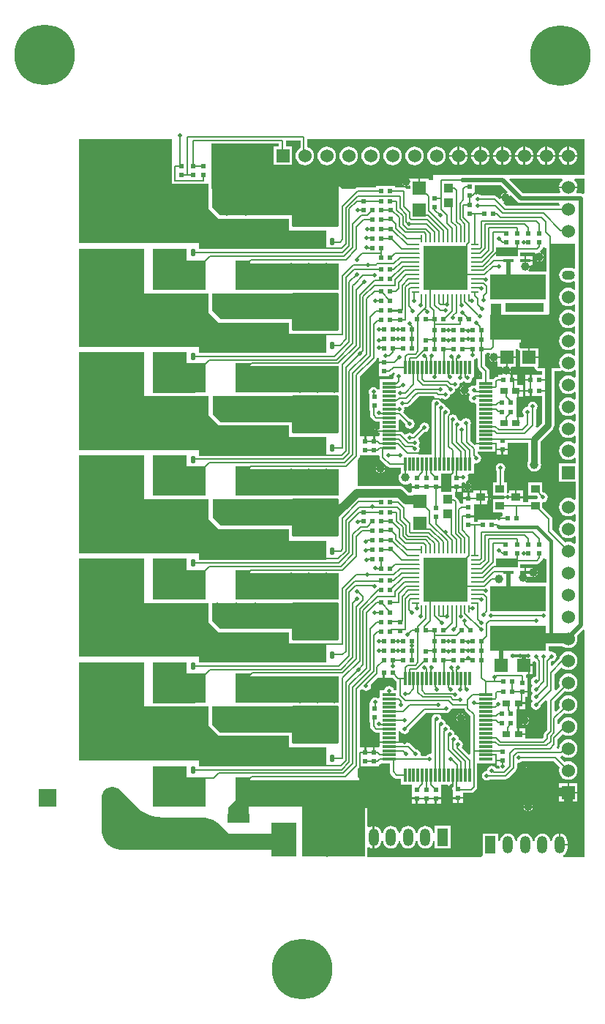
<source format=gbr>
G04 Layer_Physical_Order=1*
G04 Layer_Color=255*
%FSLAX26Y26*%
%MOIN*%
%TF.FileFunction,Copper,L1,Top,Signal*%
%TF.Part,Single*%
G01*
G75*
%TA.AperFunction,SMDPad,SMDef*%
G04:AMPARAMS|DCode=10|XSize=33.858mil|YSize=20.079mil|CornerRadius=3.915mil|HoleSize=0mil|Usage=FLASHONLY|Rotation=90.000|XOffset=0mil|YOffset=0mil|HoleType=Round|Shape=RoundedRectangle|*
%AMROUNDEDRECTD10*
21,1,0.033858,0.012248,0,0,90.0*
21,1,0.026028,0.020079,0,0,90.0*
1,1,0.007831,0.006124,0.013014*
1,1,0.007831,0.006124,-0.013014*
1,1,0.007831,-0.006124,-0.013014*
1,1,0.007831,-0.006124,0.013014*
%
%ADD10ROUNDEDRECTD10*%
G04:AMPARAMS|DCode=11|XSize=170.866mil|YSize=212.598mil|CornerRadius=4.272mil|HoleSize=0mil|Usage=FLASHONLY|Rotation=90.000|XOffset=0mil|YOffset=0mil|HoleType=Round|Shape=RoundedRectangle|*
%AMROUNDEDRECTD11*
21,1,0.170866,0.204055,0,0,90.0*
21,1,0.162323,0.212598,0,0,90.0*
1,1,0.008543,0.102028,0.081162*
1,1,0.008543,0.102028,-0.081162*
1,1,0.008543,-0.102028,-0.081162*
1,1,0.008543,-0.102028,0.081162*
%
%ADD11ROUNDEDRECTD11*%
%TA.AperFunction,SMDPad,CuDef*%
%ADD12R,0.023622X0.023622*%
%ADD13R,0.023622X0.023622*%
%ADD14R,0.098425X0.039370*%
%ADD15R,0.039370X0.037402*%
%ADD16R,0.011811X0.062992*%
%ADD17R,0.062992X0.011811*%
%ADD18R,0.037992X0.031496*%
%ADD19O,0.009842X0.033465*%
%ADD20O,0.033465X0.009842*%
%ADD21R,0.202756X0.202756*%
%ADD22R,0.070866X0.133858*%
%ADD23R,0.039370X0.043307*%
%ADD24R,0.059055X0.059055*%
%ADD25R,0.059055X0.059055*%
%ADD26R,0.047244X0.017716*%
%ADD27R,0.255905X0.118110*%
%TA.AperFunction,Conductor*%
%ADD28C,0.007874*%
%ADD29C,0.019685*%
%ADD30C,0.031496*%
%ADD31C,0.015748*%
%ADD32C,0.047244*%
%ADD33C,0.039370*%
%ADD34R,0.039370X0.125984*%
%ADD35R,0.271654X0.074803*%
%ADD36R,0.086614X0.015748*%
%ADD37R,0.023622X0.031496*%
%ADD38R,0.173228X0.039370*%
%ADD39R,0.287402X0.350394*%
%ADD40R,0.409449X0.122047*%
%ADD41R,0.413386X0.122047*%
%ADD42R,0.519685X0.122047*%
%ADD43R,0.417323X0.122047*%
%ADD44R,0.409449X0.122047*%
%ADD45R,0.417323X0.122047*%
%ADD46R,0.047244X0.062992*%
%ADD47R,0.098425X0.039370*%
%ADD48R,0.129921X0.129921*%
%ADD49R,0.019685X0.070866*%
%ADD50R,0.114173X0.086614*%
%TA.AperFunction,ComponentPad*%
%ADD51R,0.078740X0.078740*%
%ADD52C,0.078740*%
%ADD53C,0.060000*%
%ADD54R,0.060000X0.060000*%
%ADD55O,0.060000X0.043307*%
%ADD56R,0.060000X0.060000*%
%ADD57O,0.047244X0.078740*%
%ADD58R,0.047244X0.078740*%
%ADD59C,0.157480*%
%ADD60R,0.118110X0.157480*%
%ADD61R,0.078740X0.118110*%
%TA.AperFunction,ViaPad*%
%ADD62C,0.275591*%
%ADD63C,0.020079*%
%ADD64C,0.039370*%
%ADD65C,0.035433*%
G36*
X6086614Y5389764D02*
X6086614Y5228346D01*
X5396359Y5228346D01*
X5396359Y5204724D01*
X5374409D01*
Y5210449D01*
X5337008D01*
Y5169110D01*
X5329134D01*
Y5210449D01*
X5291733D01*
X5291732Y5210449D01*
X5287245Y5211686D01*
X5281697Y5215393D01*
X5279016Y5215926D01*
Y5196850D01*
Y5177774D01*
X5281697Y5178307D01*
X5286732Y5181672D01*
X5291732Y5179618D01*
Y5165354D01*
X5274253D01*
X5273243Y5166865D01*
X5268034Y5170346D01*
X5261890Y5171568D01*
X5222835D01*
Y5179134D01*
X5135591D01*
Y5171568D01*
X5053150D01*
X5047005Y5170346D01*
X5041796Y5166865D01*
X5041796Y5166865D01*
X5040284Y5165354D01*
X4977814D01*
X4977807Y5165389D01*
X4974252Y5170709D01*
X4968933Y5174264D01*
X4966929Y5174662D01*
Y5043307D01*
X4425590Y5043307D01*
X4390157Y5078740D01*
X4390158Y5165354D01*
X4386058D01*
Y5188976D01*
X4385827Y5190139D01*
Y5369770D01*
X4692605D01*
Y5356772D01*
X4669606D01*
Y5273150D01*
X4753228D01*
Y5356772D01*
X4724718D01*
Y5385518D01*
X4791030D01*
Y5351772D01*
X4790331Y5351483D01*
X4781597Y5344781D01*
X4774895Y5336047D01*
X4770682Y5325876D01*
X4769245Y5314961D01*
X4770682Y5304046D01*
X4774895Y5293875D01*
X4781597Y5285141D01*
X4790331Y5278439D01*
X4800502Y5274226D01*
X4811417Y5272789D01*
X4822332Y5274226D01*
X4832503Y5278439D01*
X4841237Y5285141D01*
X4847939Y5293875D01*
X4852152Y5304046D01*
X4853589Y5314961D01*
X4852152Y5325876D01*
X4847939Y5336047D01*
X4841237Y5344781D01*
X4832503Y5351483D01*
X4823143Y5355359D01*
Y5389764D01*
X6086614Y5389764D01*
D02*
G37*
G36*
X6086614Y5145985D02*
X6078740Y5141776D01*
X6077740Y5142444D01*
X6069291Y5144125D01*
X6051686D01*
X6050635Y5146258D01*
X6048600Y5151999D01*
X6052546Y5161526D01*
X6053464Y5168504D01*
X6011811D01*
X5970158D01*
X5971076Y5161526D01*
X5975022Y5151999D01*
X5972987Y5146258D01*
X5971935Y5144125D01*
X5804421D01*
X5743222Y5205324D01*
X5746235Y5212598D01*
X5982529Y5212599D01*
X5985202Y5204724D01*
X5981991Y5202261D01*
X5975289Y5193527D01*
X5971076Y5183356D01*
X5970158Y5176378D01*
X6011811D01*
X6053465D01*
X6052546Y5183356D01*
X6048333Y5193527D01*
X6041631Y5202261D01*
X6038420Y5204724D01*
X6041093Y5212599D01*
X6086614D01*
Y5145985D01*
D02*
G37*
G36*
X5734301Y5151799D02*
X5730027Y5144938D01*
X5729409Y5145060D01*
Y5130984D01*
X5743485D01*
X5743363Y5131602D01*
X5750224Y5135876D01*
X5779664Y5106436D01*
X5786827Y5101650D01*
X5795276Y5099970D01*
X5969253D01*
X5972881Y5092691D01*
X5969581Y5086923D01*
X5729485D01*
X5717061Y5099347D01*
X5719409Y5103740D01*
Y5120984D01*
X5702166D01*
X5697772Y5118636D01*
X5686944Y5129464D01*
X5681735Y5132944D01*
X5675591Y5134167D01*
X5675590Y5134167D01*
X5616087D01*
X5609313Y5138693D01*
X5600787Y5140389D01*
X5592913Y5138822D01*
X5591009Y5139028D01*
X5585039Y5142219D01*
Y5182647D01*
X5703453D01*
X5734301Y5151799D01*
D02*
G37*
G36*
X6043307Y4902511D02*
X6038823Y4900300D01*
X6037034Y4901672D01*
X6028894Y4905044D01*
X6020158Y4906194D01*
X6015748D01*
Y4872441D01*
Y4838688D01*
X6020158D01*
X6028894Y4839838D01*
X6037034Y4843210D01*
X6038823Y4844582D01*
X6043307Y4842371D01*
Y4802511D01*
X6038823Y4800300D01*
X6037034Y4801672D01*
X6028894Y4805044D01*
X6020158Y4806194D01*
X6003465D01*
X5994729Y4805044D01*
X5986588Y4801672D01*
X5979597Y4796308D01*
X5974233Y4789318D01*
X5970861Y4781177D01*
X5969711Y4772441D01*
X5970861Y4763705D01*
X5974233Y4755564D01*
X5979597Y4748574D01*
X5986588Y4743210D01*
X5994729Y4739838D01*
X6003465Y4738688D01*
X6020158D01*
X6028894Y4739838D01*
X6037034Y4743210D01*
X6038823Y4744582D01*
X6043307Y4742371D01*
Y4707277D01*
X6038307Y4704811D01*
X6032897Y4708963D01*
X6022726Y4713176D01*
X6011811Y4714613D01*
X6000896Y4713176D01*
X5990725Y4708963D01*
X5981991Y4702261D01*
X5975289Y4693527D01*
X5971076Y4683356D01*
X5969639Y4672441D01*
X5971076Y4661526D01*
X5975289Y4651355D01*
X5981991Y4642621D01*
X5990725Y4635919D01*
X6000896Y4631706D01*
X6011811Y4630269D01*
X6022726Y4631706D01*
X6032897Y4635919D01*
X6038307Y4640070D01*
X6043307Y4637605D01*
Y4607277D01*
X6038307Y4604811D01*
X6032897Y4608963D01*
X6022726Y4613176D01*
X6011811Y4614613D01*
X6000896Y4613176D01*
X5990725Y4608963D01*
X5981991Y4602261D01*
X5975289Y4593527D01*
X5971076Y4583356D01*
X5969639Y4572441D01*
X5971076Y4561526D01*
X5975289Y4551355D01*
X5981991Y4542621D01*
X5990725Y4535919D01*
X6000896Y4531706D01*
X6011811Y4530269D01*
X6022726Y4531706D01*
X6032897Y4535919D01*
X6038307Y4540070D01*
X6043307Y4537605D01*
Y4507277D01*
X6038307Y4504811D01*
X6032897Y4508963D01*
X6022726Y4513176D01*
X6011811Y4514613D01*
X6000896Y4513176D01*
X5990725Y4508963D01*
X5981991Y4502261D01*
X5975289Y4493527D01*
X5971076Y4483356D01*
X5969639Y4472441D01*
X5971076Y4461526D01*
X5975289Y4451355D01*
X5981991Y4442621D01*
X5990725Y4435919D01*
X6000896Y4431706D01*
X6011811Y4430269D01*
X6022726Y4431706D01*
X6032897Y4435919D01*
X6038307Y4440070D01*
X6043307Y4437605D01*
Y4407277D01*
X6038307Y4404811D01*
X6032897Y4408963D01*
X6022726Y4413176D01*
X6011811Y4414613D01*
X6000896Y4413176D01*
X5990725Y4408963D01*
X5981991Y4402261D01*
X5975289Y4393527D01*
X5971076Y4383356D01*
X5969639Y4372441D01*
X5971076Y4361526D01*
X5975289Y4351355D01*
X5975607Y4350941D01*
X5973395Y4346457D01*
X5876378D01*
X5871155Y4351680D01*
X5873068Y4356299D01*
X5874228D01*
Y4393700D01*
X5832890D01*
Y4397637D01*
X5828953D01*
Y4438976D01*
X5794764D01*
X5789764Y4443236D01*
Y4464567D01*
X5921654D01*
Y4531496D01*
X5781890D01*
Y4539370D01*
X5921654D01*
Y4594488D01*
X5925197D01*
Y4913386D01*
X6043307Y4913386D01*
Y4902511D01*
D02*
G37*
G36*
X4204724Y5188976D02*
X4374016D01*
X4374016Y5073229D01*
X4419685Y5027559D01*
X4738583Y5027559D01*
Y4976378D01*
X4907874D01*
X4907874Y4889764D01*
X4329134D01*
X4329134Y4917323D01*
X4186668D01*
X4120472D01*
D01*
X3783465Y4917323D01*
Y5389764D01*
X4204724D01*
Y5188976D01*
D02*
G37*
G36*
X5903937Y4897008D02*
X5911503Y4896263D01*
Y4787401D01*
X5831575D01*
X5829186Y4795275D01*
X5831515Y4796831D01*
X5835866Y4803343D01*
X5836399Y4806024D01*
X5817323D01*
Y4816024D01*
X5840678D01*
X5842229Y4817913D01*
X5850787D01*
Y4834645D01*
X5815355D01*
Y4838582D01*
X5811418D01*
Y4859252D01*
X5793932D01*
Y4873707D01*
X5860788D01*
X5864326Y4865833D01*
X5861772Y4862011D01*
X5861239Y4859331D01*
X5899391D01*
X5898858Y4862011D01*
X5894507Y4868523D01*
X5887996Y4872874D01*
X5886404Y4873190D01*
X5883812Y4881734D01*
X5891668Y4889591D01*
X5891669Y4889591D01*
X5895149Y4894800D01*
X5895588Y4897008D01*
X5903937D01*
Y4897008D01*
D02*
G37*
G36*
X4274016Y4838582D02*
X4313386Y4838583D01*
Y4704724D01*
X4120472D01*
Y4889764D01*
X4274016D01*
Y4838582D01*
D02*
G37*
G36*
X5857482Y4645264D02*
X5860595Y4637795D01*
X5857835Y4633665D01*
X5857302Y4630984D01*
X5876378D01*
Y4620984D01*
X5857302D01*
X5857835Y4618303D01*
X5860440Y4614404D01*
X5856977Y4606556D01*
X5856952Y4606530D01*
X5793701D01*
X5792538Y4606299D01*
X5769665D01*
X5769290Y4606704D01*
X5766177Y4614173D01*
X5768937Y4618303D01*
X5769470Y4620984D01*
X5750394D01*
Y4630984D01*
X5769470D01*
X5768937Y4633665D01*
X5766177Y4637795D01*
X5769290Y4645264D01*
X5769665Y4645669D01*
X5857107D01*
X5857482Y4645264D01*
D02*
G37*
G36*
X4768110Y4570866D02*
X4427559D01*
X4388189Y4610236D01*
X4388189Y4688976D01*
X4768110Y4688976D01*
X4768110Y4570866D01*
D02*
G37*
G36*
X4078740Y4688976D02*
X4372441D01*
X4372441Y4602362D01*
X4419685Y4555118D01*
X4738583Y4555118D01*
Y4503937D01*
X4907874D01*
X4907874Y4417323D01*
X4329134D01*
X4329134Y4444882D01*
X4120472Y4444882D01*
Y4444882D01*
X3783465D01*
Y4889764D01*
X4078740D01*
Y4688976D01*
D02*
G37*
G36*
X5780205Y4436282D02*
X5781248Y4434721D01*
X5781653Y4434450D01*
X5781954Y4434069D01*
X5786954Y4429809D01*
X5788594Y4428894D01*
X5790155Y4427850D01*
X5790632Y4427756D01*
X5791057Y4427519D01*
X5791551Y4427461D01*
Y4356299D01*
X5852003D01*
X5859111Y4351681D01*
X5859113Y4351680D01*
X5860029Y4347072D01*
X5862640Y4343165D01*
X5867863Y4337941D01*
X5871770Y4335331D01*
X5876378Y4334414D01*
X5876379Y4334414D01*
X5892197D01*
Y4318898D01*
X5844567D01*
Y4295276D01*
X5840630D01*
Y4291339D01*
X5817008D01*
Y4271654D01*
X5817008D01*
Y4267716D01*
X5817008D01*
Y4248032D01*
X5840630D01*
Y4244095D01*
X5844567D01*
Y4220472D01*
X5892197D01*
Y4098436D01*
X5872737Y4078976D01*
X5864148Y4080718D01*
X5863792Y4081167D01*
X5864875Y4086614D01*
Y4157929D01*
X5869401Y4164703D01*
X5871097Y4173228D01*
X5869401Y4181754D01*
X5864572Y4188981D01*
X5857345Y4193811D01*
X5848819Y4195507D01*
X5840293Y4193811D01*
X5833066Y4188981D01*
X5828236Y4181754D01*
X5827768Y4179401D01*
X5825539Y4172886D01*
X5819024Y4170657D01*
X5816671Y4170189D01*
X5809444Y4165359D01*
X5804614Y4158132D01*
X5802918Y4149606D01*
X5804614Y4141081D01*
X5809140Y4134307D01*
Y4132070D01*
X5804823Y4125984D01*
X5774331D01*
Y4167323D01*
Y4214567D01*
X5781389Y4216535D01*
X5804823D01*
Y4240157D01*
X5774016D01*
Y4248031D01*
X5804823D01*
Y4271653D01*
X5786142D01*
X5778268Y4271654D01*
Y4291339D01*
X5754646D01*
Y4295276D01*
X5750709D01*
Y4318898D01*
X5749980D01*
X5749605Y4319303D01*
X5746492Y4326771D01*
X5749252Y4330902D01*
X5749785Y4333583D01*
X5711633D01*
X5712166Y4330902D01*
X5714926Y4326771D01*
X5711812Y4319303D01*
X5711438Y4318898D01*
X5691024D01*
Y4309678D01*
X5687717D01*
X5681572Y4308456D01*
X5676363Y4304976D01*
X5676363Y4304975D01*
X5672111Y4300724D01*
X5669786Y4297244D01*
X5652277D01*
Y4334646D01*
X5651055Y4340790D01*
X5647574Y4345999D01*
X5647574Y4346000D01*
X5632907Y4360667D01*
Y4411417D01*
X5640472D01*
Y4418983D01*
X5653994D01*
X5656150Y4414535D01*
X5656980Y4411109D01*
X5653111Y4405318D01*
X5652578Y4402638D01*
X5671654D01*
Y4397638D01*
X5676654D01*
Y4378562D01*
X5679334Y4379095D01*
X5681677Y4380660D01*
X5689551Y4376452D01*
Y4356299D01*
X5709402D01*
X5713610Y4348425D01*
X5712166Y4346263D01*
X5711633Y4343583D01*
X5749785D01*
X5749252Y4346263D01*
X5747807Y4348425D01*
X5752016Y4356299D01*
X5772228D01*
Y4393700D01*
X5730890D01*
Y4401574D01*
X5772228D01*
Y4434047D01*
X5774545Y4435495D01*
X5780102Y4436412D01*
X5780205Y4436282D01*
D02*
G37*
G36*
X6047214Y4337741D02*
Y4307141D01*
X6039340Y4304019D01*
X6032897Y4308963D01*
X6022726Y4313176D01*
X6011811Y4314613D01*
X6000896Y4313176D01*
X5990725Y4308963D01*
X5981991Y4302261D01*
X5975289Y4293527D01*
X5971076Y4283356D01*
X5969639Y4272441D01*
X5971076Y4261526D01*
X5975289Y4251355D01*
X5981991Y4242621D01*
X5990725Y4235919D01*
X6000896Y4231706D01*
X6011811Y4230269D01*
X6022726Y4231706D01*
X6032897Y4235919D01*
X6039340Y4240863D01*
X6047214Y4237741D01*
Y4207141D01*
X6039340Y4204019D01*
X6032897Y4208963D01*
X6022726Y4213176D01*
X6011811Y4214613D01*
X6000896Y4213176D01*
X5990725Y4208963D01*
X5981991Y4202261D01*
X5975289Y4193527D01*
X5971076Y4183356D01*
X5969639Y4172441D01*
X5971076Y4161526D01*
X5975289Y4151355D01*
X5981991Y4142621D01*
X5990725Y4135919D01*
X6000896Y4131706D01*
X6011811Y4130269D01*
X6022726Y4131706D01*
X6032897Y4135919D01*
X6039340Y4140863D01*
X6047214Y4137741D01*
Y4107141D01*
X6039340Y4104019D01*
X6032897Y4108963D01*
X6022726Y4113176D01*
X6011811Y4114613D01*
X6000896Y4113176D01*
X5990725Y4108963D01*
X5981991Y4102261D01*
X5975289Y4093527D01*
X5971076Y4083356D01*
X5969639Y4072441D01*
X5971076Y4061526D01*
X5975289Y4051355D01*
X5981991Y4042621D01*
X5990725Y4035919D01*
X6000896Y4031706D01*
X6011811Y4030269D01*
X6022726Y4031706D01*
X6032897Y4035919D01*
X6039340Y4040863D01*
X6047214Y4037741D01*
Y4007141D01*
X6039340Y4004019D01*
X6032897Y4008963D01*
X6022726Y4013176D01*
X6011811Y4014613D01*
X6000896Y4013176D01*
X5990725Y4008963D01*
X5981991Y4002261D01*
X5975289Y3993527D01*
X5971076Y3983356D01*
X5969639Y3972441D01*
X5971076Y3961526D01*
X5975289Y3951355D01*
X5981991Y3942621D01*
X5990725Y3935919D01*
X6000896Y3931706D01*
X6011811Y3930269D01*
X6022726Y3931706D01*
X6032897Y3935919D01*
X6039340Y3940863D01*
X6047214Y3937741D01*
Y3914252D01*
X5970000D01*
Y3830630D01*
X6047214D01*
Y3750448D01*
X6039340Y3747326D01*
X6032897Y3752270D01*
X6022726Y3756483D01*
X6011811Y3757920D01*
X6000896Y3756483D01*
X5990725Y3752270D01*
X5981991Y3745568D01*
X5975289Y3736834D01*
X5971076Y3726663D01*
X5969639Y3715748D01*
X5971076Y3704833D01*
X5975289Y3694662D01*
X5981991Y3685928D01*
X5990725Y3679226D01*
X6000896Y3675013D01*
X6011811Y3673576D01*
X6022726Y3675013D01*
X6032897Y3679226D01*
X6039340Y3684170D01*
X6047214Y3681048D01*
Y3650448D01*
X6039340Y3647326D01*
X6032897Y3652270D01*
X6022726Y3656483D01*
X6011811Y3657920D01*
X6000896Y3656483D01*
X5990725Y3652270D01*
X5981991Y3645568D01*
X5975289Y3636834D01*
X5971076Y3626663D01*
X5969639Y3615748D01*
X5971076Y3604833D01*
X5975289Y3594662D01*
X5981991Y3585928D01*
X5990725Y3579226D01*
X6000896Y3575013D01*
X6011811Y3573576D01*
X6022726Y3575013D01*
X6032897Y3579226D01*
X6039340Y3584170D01*
X6047214Y3581048D01*
Y3550448D01*
X6039340Y3547326D01*
X6032897Y3552270D01*
X6022726Y3556483D01*
X6011811Y3557920D01*
X6000896Y3556483D01*
X5997537Y3555091D01*
X5939679Y3612950D01*
Y3660433D01*
X5938456Y3666578D01*
X5934976Y3671787D01*
X5893110Y3713652D01*
Y3735141D01*
X5896063Y3737564D01*
X5904589Y3739260D01*
X5911816Y3744089D01*
X5916646Y3751317D01*
X5918341Y3759843D01*
X5916646Y3768368D01*
X5911816Y3775596D01*
X5904589Y3780425D01*
X5900284Y3781281D01*
X5893110Y3788456D01*
Y3827756D01*
X5830118D01*
Y3766732D01*
X5868651D01*
X5873963Y3760741D01*
X5873785Y3759843D01*
X5873944Y3759039D01*
X5868949Y3752953D01*
X5830118D01*
Y3738497D01*
X5804528D01*
Y3755905D01*
X5773032D01*
Y3759842D01*
X5769095D01*
Y3790354D01*
X5741535D01*
Y3782109D01*
X5733661Y3777045D01*
X5731693Y3777943D01*
Y3827756D01*
X5719206D01*
Y3878401D01*
X5723732Y3885175D01*
X5725428Y3893701D01*
X5723732Y3902226D01*
X5718903Y3909454D01*
X5711675Y3914283D01*
X5703150Y3915979D01*
X5694624Y3914283D01*
X5687396Y3909454D01*
X5682567Y3902226D01*
X5680871Y3893701D01*
X5682567Y3885175D01*
X5687093Y3878401D01*
Y3827756D01*
X5668701D01*
Y3766732D01*
X5718426D01*
X5724410Y3759842D01*
X5718426Y3752953D01*
X5668701D01*
Y3691929D01*
X5705632D01*
X5712283Y3688976D01*
Y3674500D01*
X5704409Y3672111D01*
X5704088Y3672592D01*
X5701850Y3674088D01*
Y3665354D01*
X5696850D01*
Y3660354D01*
X5683232D01*
X5681644Y3658006D01*
X5680764Y3657480D01*
X5600472D01*
Y3649599D01*
X5581102D01*
Y3669606D01*
X5557480D01*
Y3677480D01*
X5581102D01*
Y3692598D01*
Y3729331D01*
X5607677D01*
Y3759843D01*
Y3790354D01*
X5580118D01*
Y3779842D01*
X5561417D01*
Y3756220D01*
X5557480D01*
Y3752283D01*
X5533858D01*
Y3732277D01*
X5525984D01*
X5522356Y3731555D01*
X5515905Y3735380D01*
X5514482Y3736945D01*
Y3740157D01*
X5514482Y3740157D01*
X5513260Y3746302D01*
X5509779Y3751511D01*
X5501905Y3759385D01*
X5496696Y3762865D01*
X5494488Y3763305D01*
Y3783150D01*
X5498425D01*
Y3802835D01*
X5478740D01*
Y3783464D01*
X5439240D01*
X5431496Y3783465D01*
X5431496Y3791338D01*
Y3802835D01*
X5407874D01*
Y3810709D01*
X5431496D01*
Y3823150D01*
Y3868110D01*
X5478740D01*
Y3823150D01*
Y3810709D01*
X5525984D01*
Y3821653D01*
X5530475Y3827161D01*
X5532071Y3828471D01*
X5533858Y3828115D01*
X5538955Y3829129D01*
X5542805Y3821867D01*
X5540942Y3820029D01*
X5540770Y3819860D01*
X5540537Y3819510D01*
X5536855Y3813999D01*
X5536474Y3812087D01*
X5548543D01*
Y3824156D01*
X5546631Y3823775D01*
Y3823776D01*
X5548543Y3824156D01*
Y3824460D01*
X5546432Y3824212D01*
X5545147Y3827028D01*
X5545358Y3831798D01*
X5549611Y3834640D01*
X5554441Y3841868D01*
X5556137Y3850394D01*
X5554441Y3858919D01*
X5553561Y3860236D01*
X5557770Y3868110D01*
X5581102D01*
Y3909871D01*
X5588976Y3915512D01*
X5592913Y3914729D01*
X5601439Y3916425D01*
X5608667Y3921255D01*
X5613496Y3928482D01*
X5615192Y3937008D01*
X5613496Y3945533D01*
X5608667Y3952761D01*
X5601439Y3957590D01*
X5598364Y3958202D01*
X5597904Y3958661D01*
X5598959Y3966535D01*
X5679527D01*
Y4007565D01*
X5687402D01*
Y3981968D01*
X5734646D01*
Y4007566D01*
X5828896D01*
Y3924644D01*
X5826008Y3917671D01*
X5824925Y3909449D01*
X5826008Y3901227D01*
X5829181Y3893565D01*
X5834230Y3886986D01*
X5840809Y3881937D01*
X5848471Y3878764D01*
X5856693Y3877681D01*
X5864915Y3878764D01*
X5872577Y3881937D01*
X5879156Y3886986D01*
X5884205Y3893565D01*
X5887378Y3901227D01*
X5888461Y3909449D01*
X5887378Y3917671D01*
X5884490Y3924644D01*
Y4012108D01*
X5939649Y4067267D01*
X5944066Y4073024D01*
X5946843Y4079728D01*
X5947790Y4086923D01*
Y4244094D01*
Y4334414D01*
X5973395D01*
X5975320Y4334797D01*
X5977266Y4335053D01*
X5977612Y4335253D01*
X5978004Y4335331D01*
X5979636Y4336421D01*
X5981335Y4337403D01*
X5981578Y4337719D01*
X5981910Y4337941D01*
X5989828Y4336607D01*
X5990725Y4335919D01*
X6000896Y4331706D01*
X6011811Y4330269D01*
X6022726Y4331706D01*
X6032897Y4335919D01*
X6039340Y4340863D01*
X6047214Y4337741D01*
D02*
G37*
G36*
X5600794Y4391309D02*
Y4354016D01*
X5600794Y4354016D01*
X5602016Y4347871D01*
X5605497Y4342662D01*
X5620164Y4327995D01*
Y4297244D01*
X5592913D01*
Y4275168D01*
X5585039Y4269527D01*
X5581102Y4270310D01*
X5572577Y4268614D01*
X5565349Y4263785D01*
X5562882Y4260092D01*
X5553715Y4259637D01*
X5551987Y4262224D01*
X5545476Y4266574D01*
X5542795Y4267108D01*
Y4248031D01*
Y4228955D01*
X5545476Y4229489D01*
X5551987Y4233839D01*
X5552877Y4235170D01*
X5560811Y4234810D01*
X5564178Y4228728D01*
X5562788Y4224519D01*
X5560520Y4221124D01*
X5558824Y4212598D01*
X5560520Y4204073D01*
X5565349Y4196845D01*
X5572577Y4192016D01*
X5581102Y4190320D01*
X5585039Y4191103D01*
X5592913Y4185462D01*
Y4163386D01*
Y4124016D01*
Y4084646D01*
Y4045276D01*
Y4002347D01*
X5585039Y3999085D01*
X5565663Y4018462D01*
Y4089018D01*
X5566252Y4089899D01*
X5567948Y4098425D01*
X5566252Y4106951D01*
X5561422Y4114178D01*
X5554195Y4119008D01*
X5545669Y4120703D01*
X5537144Y4119008D01*
X5529916Y4114178D01*
X5527893Y4111151D01*
X5523432Y4107449D01*
X5517803Y4109144D01*
X5514825Y4111134D01*
X5508537Y4112384D01*
X5508893Y4114173D01*
X5507197Y4122699D01*
X5502367Y4129926D01*
X5495140Y4134756D01*
X5486614Y4136452D01*
X5478089Y4134756D01*
X5476136Y4133451D01*
X5470459Y4139128D01*
X5471764Y4141081D01*
X5473459Y4149606D01*
X5471764Y4158132D01*
X5466934Y4165359D01*
X5459707Y4170189D01*
X5453344Y4171454D01*
X5452079Y4177817D01*
X5447249Y4185044D01*
X5440022Y4189874D01*
X5433659Y4191140D01*
X5432394Y4197502D01*
X5429589Y4201699D01*
X5432646Y4209909D01*
X5437739Y4211049D01*
X5442655Y4207764D01*
X5451181Y4206068D01*
X5459707Y4207764D01*
X5466934Y4212593D01*
X5471764Y4219821D01*
X5473459Y4228346D01*
X5474803Y4229690D01*
X5483329Y4231386D01*
X5490556Y4236215D01*
X5495386Y4243443D01*
X5497082Y4251968D01*
X5496726Y4253757D01*
X5503014Y4255008D01*
X5510241Y4259837D01*
X5515071Y4267065D01*
X5516292Y4273205D01*
X5518110Y4280871D01*
X5526636Y4282567D01*
X5530031Y4284836D01*
X5535827Y4286748D01*
X5541623Y4284836D01*
X5545018Y4282567D01*
X5553543Y4280871D01*
X5562069Y4282567D01*
X5569297Y4287396D01*
X5574126Y4294624D01*
X5575822Y4303150D01*
X5580668Y4309055D01*
X5581102D01*
Y4387953D01*
X5585691Y4388866D01*
X5592919Y4393696D01*
X5592920Y4393698D01*
X5600794Y4391309D01*
D02*
G37*
G36*
X5148032Y4393736D02*
Y4378267D01*
X5171654D01*
Y4370393D01*
X5148032D01*
Y4350709D01*
Y4310709D01*
X5195276D01*
X5196929Y4318274D01*
X5203074Y4319496D01*
X5208283Y4322977D01*
X5215930Y4330624D01*
X5222047Y4325605D01*
X5218000Y4319549D01*
X5216304Y4311024D01*
X5217479Y4305118D01*
X5212762Y4297244D01*
X5151969D01*
Y4251336D01*
X5150346Y4250719D01*
X5144095Y4250026D01*
X5140163Y4255911D01*
X5132935Y4260740D01*
X5124410Y4262436D01*
X5115884Y4260740D01*
X5108656Y4255911D01*
X5103827Y4248683D01*
X5102131Y4240157D01*
X5103827Y4231632D01*
X5104725Y4230289D01*
Y4193228D01*
Y4153228D01*
X5108353D01*
Y4133859D01*
X5108353Y4133858D01*
X5109575Y4127714D01*
X5113056Y4122505D01*
X5124867Y4110694D01*
X5124867Y4110693D01*
X5130076Y4107213D01*
X5136221Y4105991D01*
X5151969D01*
Y4071666D01*
X5144095Y4069278D01*
X5143458Y4070230D01*
X5141221Y4071725D01*
Y4062992D01*
Y4054259D01*
X5143458Y4055754D01*
X5144095Y4056706D01*
X5151969Y4054318D01*
Y4045405D01*
X5150000Y4038346D01*
X5130315D01*
Y4014724D01*
X5122441D01*
Y4038346D01*
X5090945D01*
Y4014724D01*
X5083071D01*
Y4038346D01*
X5063386D01*
X5061726Y4045533D01*
Y4310672D01*
X5135763Y4384709D01*
X5135763Y4384709D01*
X5139244Y4389918D01*
X5140158Y4394512D01*
X5148032Y4393736D01*
D02*
G37*
G36*
X4274016Y4370078D02*
X4313386Y4370079D01*
Y4236220D01*
X4120472D01*
Y4421260D01*
X4274016D01*
Y4370078D01*
D02*
G37*
G36*
X5402234Y4217378D02*
X5402451Y4215767D01*
X5400560Y4207738D01*
X5396058Y4204730D01*
X5391228Y4197502D01*
X5389533Y4188976D01*
X5390152Y4185863D01*
X5389534Y4182756D01*
X5389534Y4182755D01*
Y3954724D01*
X5328589D01*
X5326200Y3962598D01*
X5329139Y3964562D01*
X5333968Y3971789D01*
X5335664Y3980315D01*
X5333968Y3988840D01*
X5330458Y3994094D01*
X5333968Y3999348D01*
X5335664Y4007874D01*
X5333968Y4016400D01*
X5329139Y4023627D01*
X5328704Y4028044D01*
X5357229Y4056568D01*
X5365218Y4058157D01*
X5372446Y4062987D01*
X5377275Y4070215D01*
X5378971Y4078740D01*
X5377275Y4087266D01*
X5372446Y4094493D01*
X5365218Y4099323D01*
X5356693Y4101019D01*
X5348167Y4099323D01*
X5340940Y4094493D01*
X5336110Y4087266D01*
X5334521Y4079276D01*
X5303705Y4048460D01*
X5298289Y4052079D01*
X5289764Y4053774D01*
X5281238Y4052079D01*
X5274011Y4047249D01*
X5273938Y4047141D01*
X5266102Y4046369D01*
X5257810Y4054661D01*
X5252601Y4058141D01*
X5246457Y4059364D01*
X5246456Y4059363D01*
X5238583D01*
Y4112674D01*
X5245857Y4115687D01*
X5267592Y4093953D01*
X5269181Y4085963D01*
X5274011Y4078735D01*
X5281238Y4073905D01*
X5289764Y4072210D01*
X5298289Y4073905D01*
X5305517Y4078735D01*
X5310346Y4085963D01*
X5312042Y4094488D01*
X5310346Y4103014D01*
X5305517Y4110241D01*
X5298289Y4115071D01*
X5290299Y4116660D01*
X5259484Y4147476D01*
X5263102Y4152892D01*
X5264798Y4161417D01*
X5263346Y4168721D01*
X5269630Y4172920D01*
X5277952D01*
X5277953Y4172920D01*
X5284097Y4174142D01*
X5289306Y4177623D01*
X5328676Y4216993D01*
X5328677Y4216993D01*
X5331848Y4220164D01*
X5399677D01*
X5402234Y4217378D01*
D02*
G37*
G36*
X4768110Y4102362D02*
X4427559D01*
X4392126Y4137795D01*
X4392126Y4220472D01*
X4768110D01*
Y4102362D01*
D02*
G37*
G36*
X4078740Y4220472D02*
X4372440D01*
X4372441Y4133858D01*
X4419685Y4086614D01*
X4738583Y4086614D01*
Y4035433D01*
X4907874D01*
X4907874Y3948819D01*
X4329134D01*
X4329134Y3976378D01*
X4120472Y3976378D01*
Y3976378D01*
X3783465D01*
Y4421260D01*
X4078740D01*
Y4220472D01*
D02*
G37*
G36*
X5150000Y3951102D02*
X5150882Y3943593D01*
Y3942178D01*
X5150881Y3942177D01*
X5152104Y3936033D01*
X5155584Y3930824D01*
X5186344Y3900064D01*
X5186345Y3900064D01*
X5191554Y3896583D01*
X5197698Y3895361D01*
X5250394D01*
Y3874989D01*
X5247616Y3872857D01*
X5242567Y3866278D01*
X5239394Y3858616D01*
X5238311Y3850394D01*
X5239394Y3842172D01*
X5242567Y3834510D01*
X5247616Y3827930D01*
X5254195Y3822882D01*
X5261857Y3819708D01*
X5270079Y3818626D01*
X5278301Y3819708D01*
X5285963Y3822882D01*
X5289764Y3825799D01*
X5295466Y3823880D01*
X5297638Y3822207D01*
Y3810709D01*
X5321260D01*
Y3802835D01*
X5297638D01*
Y3783283D01*
X5295355D01*
Y3779799D01*
X5287174D01*
X5264983Y3801991D01*
X5258404Y3807039D01*
X5250742Y3810213D01*
X5242520Y3811295D01*
X5053543D01*
X5053543Y3932411D01*
X5057023Y3935890D01*
X5057023Y3935890D01*
X5060504Y3941099D01*
X5061114Y3944169D01*
X5063386Y3951102D01*
X5150000D01*
D02*
G37*
G36*
X4274016Y3901575D02*
X4313386Y3901575D01*
Y3767716D01*
X4120472D01*
Y3952756D01*
X4274016D01*
Y3901575D01*
D02*
G37*
G36*
X4767126Y3629921D02*
X4430512D01*
X4391142Y3669291D01*
X4391142Y3751968D01*
X4767126D01*
Y3629921D01*
D02*
G37*
G36*
X4078740Y3751968D02*
X4133858D01*
Y3751968D01*
X4372440D01*
X4372441Y3661417D01*
X4419685Y3614173D01*
X4738583Y3614173D01*
Y3562992D01*
X4907874D01*
X4907874Y3476378D01*
X4329134D01*
X4329134Y3503937D01*
X4120472Y3503937D01*
Y3503937D01*
X3783465D01*
Y3950787D01*
X4078740D01*
Y3751968D01*
D02*
G37*
G36*
X5903937Y3480000D02*
X5911425Y3479069D01*
Y3370079D01*
X5819764D01*
X5817375Y3377953D01*
X5819704Y3379509D01*
X5824055Y3386020D01*
X5825583Y3393701D01*
X5828006Y3396654D01*
X5843478D01*
X5850787Y3396653D01*
X5857983Y3398292D01*
X5860437Y3398780D01*
X5866948Y3403131D01*
X5871299Y3409642D01*
X5871832Y3412323D01*
X5852756D01*
Y3422323D01*
X5871832D01*
X5871299Y3425003D01*
X5866948Y3431515D01*
X5860437Y3435866D01*
X5857983Y3436354D01*
X5850788Y3437992D01*
X5843478Y3437992D01*
X5819291D01*
Y3417323D01*
X5811417D01*
Y3437992D01*
X5796356D01*
X5793932Y3440945D01*
Y3456384D01*
X5869133D01*
X5869134Y3456384D01*
X5875279Y3457606D01*
X5880488Y3461087D01*
X5891668Y3472268D01*
X5891669Y3472268D01*
X5895149Y3477477D01*
X5895651Y3480000D01*
X5903937D01*
Y3480000D01*
D02*
G37*
G36*
X4274016Y3429134D02*
X4313386Y3429134D01*
Y3295276D01*
X4120472D01*
Y3480315D01*
X4274016D01*
Y3429134D01*
D02*
G37*
G36*
X4766142Y3160433D02*
X4425590D01*
X4390157Y3195866D01*
X4390157Y3279528D01*
X4766142D01*
Y3160433D01*
D02*
G37*
G36*
X6086614Y3154099D02*
Y2122047D01*
X5990559D01*
X5988993Y2129921D01*
X5990310Y2130467D01*
X5997712Y2136146D01*
X6003391Y2143548D01*
X6006962Y2152167D01*
X6008180Y2161417D01*
Y2173228D01*
X5972441D01*
Y2177165D01*
X5968504D01*
Y2228134D01*
X5963191Y2227434D01*
X5954572Y2223864D01*
X5947170Y2218185D01*
X5941490Y2210783D01*
X5937920Y2202163D01*
X5937042Y2195493D01*
X5929100D01*
X5928222Y2202163D01*
X5924651Y2210783D01*
X5918972Y2218185D01*
X5911570Y2223864D01*
X5902951Y2227434D01*
X5893701Y2228652D01*
X5884451Y2227434D01*
X5875831Y2223864D01*
X5868430Y2218185D01*
X5862750Y2210783D01*
X5859180Y2202163D01*
X5858302Y2195493D01*
X5850360D01*
X5849481Y2202163D01*
X5845911Y2210783D01*
X5840232Y2218185D01*
X5832830Y2223864D01*
X5824211Y2227434D01*
X5814961Y2228652D01*
X5805711Y2227434D01*
X5797091Y2223864D01*
X5789690Y2218185D01*
X5784010Y2210783D01*
X5780440Y2202163D01*
X5779561Y2195493D01*
X5771619D01*
X5770741Y2202163D01*
X5767171Y2210783D01*
X5761492Y2218185D01*
X5754090Y2223864D01*
X5745470Y2227434D01*
X5736220Y2228652D01*
X5726971Y2227434D01*
X5718351Y2223864D01*
X5710949Y2218185D01*
X5705270Y2210783D01*
X5701699Y2202163D01*
X5700787Y2195235D01*
X5692913Y2195751D01*
Y2228347D01*
X5622047D01*
Y2129921D01*
X5615804Y2122047D01*
X5096850Y2122047D01*
Y2163410D01*
X5104724Y2167293D01*
X5106540Y2165900D01*
X5115160Y2162329D01*
X5120473Y2161630D01*
Y2212598D01*
Y2263567D01*
X5115160Y2262867D01*
X5106540Y2259297D01*
X5104724Y2257904D01*
X5096850Y2261787D01*
X5096850Y2425197D01*
X5061649Y2460398D01*
Y2472441D01*
X5060732Y2477049D01*
X5058122Y2480956D01*
X5054215Y2483567D01*
X5053543Y2483700D01*
Y2524537D01*
X5057023Y2528016D01*
X5057023Y2528016D01*
X5057564Y2528826D01*
X5063386Y2533779D01*
X5150000D01*
Y2541988D01*
X5155133Y2545418D01*
X5158928Y2549212D01*
X5198904D01*
Y2509843D01*
X5198904Y2509842D01*
X5200126Y2503698D01*
X5203607Y2498489D01*
X5219355Y2482741D01*
X5219355Y2482740D01*
X5224564Y2479260D01*
X5230709Y2478038D01*
X5230709Y2478038D01*
X5250394D01*
Y2450787D01*
X5297638D01*
Y2405827D01*
Y2393386D01*
X5321260D01*
Y2389449D01*
X5325197D01*
Y2365827D01*
X5360630D01*
Y2389449D01*
X5368504D01*
Y2365827D01*
X5403937D01*
Y2389449D01*
X5407874D01*
Y2393386D01*
X5431496D01*
Y2405827D01*
Y2450787D01*
X5461863D01*
X5468504Y2444882D01*
X5469283Y2440965D01*
X5471502Y2437644D01*
X5473740Y2436149D01*
Y2444882D01*
X5483740D01*
Y2431264D01*
X5486089Y2429675D01*
X5486614Y2428795D01*
Y2407795D01*
Y2395354D01*
X5533858D01*
Y2413077D01*
X5569291D01*
X5569291Y2413077D01*
X5575436Y2414300D01*
X5580645Y2417780D01*
X5592456Y2429591D01*
X5595937Y2434800D01*
X5597159Y2440945D01*
X5597159Y2440946D01*
Y2549212D01*
X5679528D01*
Y2590242D01*
X5687402D01*
Y2564645D01*
X5711024D01*
Y2556771D01*
X5687402D01*
Y2537086D01*
X5696051D01*
X5700189Y2530195D01*
X5697517Y2525568D01*
X5695850Y2523930D01*
X5684430D01*
X5684362Y2524274D01*
X5679533Y2531501D01*
X5672305Y2536331D01*
X5663779Y2538026D01*
X5655254Y2536331D01*
X5648026Y2531501D01*
X5643197Y2524274D01*
X5641501Y2515748D01*
X5640157Y2514404D01*
X5631632Y2512709D01*
X5624404Y2507879D01*
X5619575Y2500651D01*
X5617879Y2492126D01*
X5619575Y2483600D01*
X5624404Y2476373D01*
X5631632Y2471543D01*
X5640158Y2469847D01*
X5648683Y2471543D01*
X5655457Y2476069D01*
X5726771D01*
X5726772Y2476069D01*
X5732916Y2477292D01*
X5738125Y2480772D01*
X5773558Y2516205D01*
X5773558Y2516205D01*
X5777039Y2521414D01*
X5778261Y2527559D01*
X5778261Y2527559D01*
Y2547824D01*
X5784348Y2552819D01*
X5785827Y2552525D01*
X5794352Y2554220D01*
X5801126Y2558747D01*
X5946105D01*
X5973159Y2531692D01*
X5971076Y2526663D01*
X5970151Y2519638D01*
X5969573Y2516732D01*
X5969691Y2516141D01*
X5969639Y2515748D01*
X5971076Y2504833D01*
X5975289Y2494662D01*
X5981991Y2485928D01*
X5990725Y2479226D01*
X6000896Y2475013D01*
X6011811Y2473576D01*
X6022726Y2475013D01*
X6032897Y2479226D01*
X6041631Y2485928D01*
X6048333Y2494662D01*
X6052546Y2504833D01*
X6053983Y2515748D01*
X6052546Y2526663D01*
X6048333Y2536834D01*
X6041631Y2545568D01*
X6032897Y2552270D01*
X6022726Y2556483D01*
X6011811Y2557920D01*
X6000896Y2556483D01*
X5995867Y2554400D01*
X5975542Y2574725D01*
X5978150Y2581735D01*
X5985461Y2583266D01*
X5990725Y2579226D01*
X6000896Y2575013D01*
X6011811Y2573576D01*
X6022726Y2575013D01*
X6032897Y2579226D01*
X6041631Y2585928D01*
X6048333Y2594662D01*
X6052546Y2604833D01*
X6053983Y2615748D01*
X6052546Y2626663D01*
X6048333Y2636834D01*
X6041631Y2645568D01*
X6032897Y2652270D01*
X6022726Y2656483D01*
X6011811Y2657920D01*
X6000896Y2656483D01*
X5990725Y2652270D01*
X5981991Y2645568D01*
X5975289Y2636834D01*
X5971076Y2626663D01*
X5969639Y2615748D01*
X5968529Y2614482D01*
X5960863D01*
X5957850Y2621756D01*
X5958598Y2622505D01*
X5962078Y2627714D01*
X5963301Y2633858D01*
X5963301Y2633859D01*
Y2657129D01*
X5987711Y2681539D01*
X5990725Y2679226D01*
X6000896Y2675013D01*
X6011811Y2673576D01*
X6022726Y2675013D01*
X6032897Y2679226D01*
X6041631Y2685928D01*
X6048333Y2694662D01*
X6052546Y2704833D01*
X6053983Y2715748D01*
X6052546Y2726663D01*
X6048333Y2736834D01*
X6041631Y2745568D01*
X6032897Y2752270D01*
X6022726Y2756483D01*
X6011811Y2757920D01*
X6000896Y2756483D01*
X5990725Y2752270D01*
X5981991Y2745568D01*
X5975289Y2736834D01*
X5971076Y2726663D01*
X5963301Y2727744D01*
Y2747680D01*
X5993640Y2778019D01*
X6000896Y2775013D01*
X6011811Y2773576D01*
X6022726Y2775013D01*
X6032897Y2779226D01*
X6041631Y2785928D01*
X6048333Y2794662D01*
X6052546Y2804833D01*
X6053983Y2815748D01*
X6052546Y2826663D01*
X6048333Y2836834D01*
X6041631Y2845568D01*
X6032897Y2852270D01*
X6022726Y2856483D01*
X6011811Y2857920D01*
X6000896Y2856483D01*
X5990725Y2852270D01*
X5981991Y2845568D01*
X5975289Y2836834D01*
X5971076Y2826663D01*
X5969639Y2815748D01*
X5971076Y2804833D01*
X5972237Y2802031D01*
X5954827Y2784621D01*
X5947553Y2787635D01*
Y2827995D01*
X5996424Y2876866D01*
X6000896Y2875013D01*
X6011811Y2873576D01*
X6022726Y2875013D01*
X6032897Y2879226D01*
X6041631Y2885928D01*
X6048333Y2894662D01*
X6052546Y2904833D01*
X6053983Y2915748D01*
X6052546Y2926663D01*
X6048333Y2936834D01*
X6041631Y2945568D01*
X6032897Y2952270D01*
X6022726Y2956483D01*
X6011811Y2957920D01*
X6000896Y2956483D01*
X5990725Y2952270D01*
X5981991Y2945568D01*
X5975289Y2936834D01*
X5971076Y2926663D01*
X5969639Y2915748D01*
X5971076Y2904833D01*
X5973390Y2899247D01*
X5955146Y2881003D01*
X5954559Y2881072D01*
X5947553Y2884545D01*
Y2955948D01*
X5977807Y2986202D01*
X5981991Y2985928D01*
X5990725Y2979226D01*
X6000896Y2975013D01*
X6011811Y2973576D01*
X6022726Y2975013D01*
X6032897Y2979226D01*
X6041631Y2985928D01*
X6048333Y2994662D01*
X6052546Y3004833D01*
X6053983Y3015748D01*
X6052546Y3026663D01*
X6048333Y3036834D01*
X6041631Y3045568D01*
X6032897Y3052270D01*
X6022726Y3056483D01*
X6011811Y3057920D01*
X6000896Y3056483D01*
X5990725Y3052270D01*
X5981991Y3045568D01*
X5975289Y3036834D01*
X5971076Y3026663D01*
X5970807Y3024616D01*
X5939079Y2992889D01*
X5931805Y2995902D01*
Y3009097D01*
X5935969Y3013261D01*
X5943959Y3014850D01*
X5951186Y3019680D01*
X5956016Y3026907D01*
X5957712Y3035433D01*
X5956016Y3043959D01*
X5951186Y3051186D01*
X5943959Y3056016D01*
X5935433Y3057711D01*
X5929528Y3056537D01*
X5921654Y3061254D01*
Y3081978D01*
X5987139D01*
X5990725Y3079226D01*
X6000896Y3075013D01*
X6011811Y3073576D01*
X6022726Y3075013D01*
X6032897Y3079226D01*
X6041631Y3085928D01*
X6048333Y3094662D01*
X6052546Y3104833D01*
X6053983Y3115748D01*
X6052546Y3126663D01*
X6051227Y3129847D01*
X6078740Y3157360D01*
X6086614Y3154099D01*
D02*
G37*
G36*
X4078740Y3279528D02*
X4372441D01*
X4372441Y3192913D01*
X4419685Y3145669D01*
X4738583Y3145669D01*
Y3094488D01*
X4907874D01*
X4907874Y3007874D01*
X4329134D01*
X4329134Y3035433D01*
X4120472Y3035433D01*
Y3035433D01*
X3783465D01*
Y3480315D01*
X4078740D01*
Y3279528D01*
D02*
G37*
G36*
X5175275Y2937008D02*
X5211938D01*
X5225261Y2923686D01*
X5225261Y2923685D01*
X5230400Y2920251D01*
Y2879921D01*
X5217163D01*
X5215858Y2886478D01*
X5211029Y2893706D01*
X5203801Y2898535D01*
X5195276Y2900231D01*
X5186750Y2898535D01*
X5179523Y2893706D01*
X5174693Y2886478D01*
X5173389Y2879921D01*
X5151969D01*
Y2849368D01*
X5144095Y2845159D01*
X5140809Y2847354D01*
X5132283Y2849050D01*
X5123758Y2847354D01*
X5116530Y2842525D01*
X5111701Y2835297D01*
X5110005Y2826772D01*
X5107032Y2823149D01*
X5104725D01*
Y2775905D01*
Y2735905D01*
X5108353D01*
Y2716536D01*
X5108353Y2716535D01*
X5109575Y2710391D01*
X5113056Y2705182D01*
X5124867Y2693370D01*
X5130076Y2689890D01*
X5136221Y2688668D01*
X5136221Y2688668D01*
X5151969D01*
Y2667323D01*
Y2647635D01*
X5195276D01*
Y2643702D01*
X5151969D01*
Y2628082D01*
X5150000Y2621023D01*
X5130315D01*
Y2597401D01*
X5122441D01*
Y2621023D01*
X5090945D01*
Y2597401D01*
X5083071D01*
Y2621023D01*
X5063386D01*
X5061726Y2628210D01*
Y2881213D01*
X5067217Y2886390D01*
X5074798Y2885822D01*
X5082026Y2880992D01*
X5090551Y2879296D01*
X5099077Y2880992D01*
X5106304Y2885822D01*
X5111134Y2893049D01*
X5112830Y2901575D01*
X5111594Y2907785D01*
X5142838Y2939028D01*
X5147717Y2937008D01*
Y2937008D01*
X5167401D01*
Y2960630D01*
X5175275D01*
Y2937008D01*
D02*
G37*
G36*
X4274016Y2956693D02*
X4313386Y2956693D01*
Y2822835D01*
X4120472D01*
Y3007874D01*
X4274016D01*
Y2956693D01*
D02*
G37*
G36*
X5486614Y2798904D02*
X5486615Y2798904D01*
X5537548D01*
X5538709Y2793068D01*
X5542190Y2787859D01*
X5565046Y2765003D01*
Y2606300D01*
X5565046Y2606299D01*
X5565046Y2606297D01*
Y2592358D01*
X5557771Y2589345D01*
X5527200Y2619917D01*
X5530819Y2625333D01*
X5532515Y2633858D01*
X5530819Y2642384D01*
X5525989Y2649611D01*
X5518762Y2654441D01*
X5512474Y2655691D01*
X5512830Y2657480D01*
X5511134Y2666006D01*
X5506304Y2673233D01*
X5499077Y2678063D01*
X5492789Y2679314D01*
X5493145Y2681102D01*
X5491449Y2689628D01*
X5486619Y2696856D01*
X5479392Y2701685D01*
X5473104Y2702936D01*
X5473459Y2704724D01*
X5471764Y2713250D01*
X5466934Y2720478D01*
X5459707Y2725307D01*
X5453419Y2726558D01*
X5453775Y2728346D01*
X5452079Y2736872D01*
X5447249Y2744100D01*
X5440022Y2748929D01*
X5433734Y2750180D01*
X5434089Y2751968D01*
X5432394Y2760494D01*
X5427564Y2767722D01*
X5422142Y2771345D01*
X5424103Y2779219D01*
X5445711D01*
X5446592Y2778630D01*
X5455118Y2776934D01*
X5463644Y2778630D01*
X5470871Y2783459D01*
X5475701Y2790687D01*
X5476269Y2793545D01*
X5477145Y2794917D01*
X5484796Y2799260D01*
X5484823Y2799260D01*
X5486614Y2798904D01*
D02*
G37*
G36*
X4766142Y2687992D02*
X4425590D01*
X4390157Y2723425D01*
X4390157Y2807087D01*
X4766142D01*
Y2687992D01*
D02*
G37*
G36*
X5401480Y2771345D02*
X5396058Y2767722D01*
X5391228Y2760494D01*
X5389533Y2751968D01*
X5390278Y2748220D01*
X5389849Y2746063D01*
X5389849Y2746063D01*
Y2597308D01*
X5381975Y2590845D01*
X5380315Y2591176D01*
X5371789Y2589480D01*
X5364562Y2584651D01*
X5363449Y2582985D01*
X5344302D01*
X5339307Y2589072D01*
X5339601Y2590551D01*
X5337905Y2599077D01*
X5333076Y2606304D01*
X5325849Y2611134D01*
X5317858Y2612723D01*
X5293244Y2637338D01*
X5288035Y2640818D01*
X5281890Y2642041D01*
X5276125Y2646938D01*
X5275599Y2649586D01*
X5273380Y2652907D01*
X5271142Y2654402D01*
Y2645669D01*
X5261142D01*
Y2654402D01*
X5258904Y2652907D01*
X5256685Y2649586D01*
X5255906Y2645669D01*
X5252928Y2642041D01*
X5238583D01*
Y2693546D01*
X5240205Y2694163D01*
X5246457Y2694855D01*
X5250389Y2688971D01*
X5257616Y2684142D01*
X5266142Y2682446D01*
X5274667Y2684142D01*
X5281895Y2688971D01*
X5286724Y2696199D01*
X5288314Y2704189D01*
X5363344Y2779219D01*
X5399519D01*
X5401480Y2771345D01*
D02*
G37*
G36*
X5859117Y3014239D02*
X5864258Y3009097D01*
Y2943477D01*
X5856041Y2941842D01*
X5848814Y2937013D01*
X5843984Y2929785D01*
X5842288Y2921260D01*
X5843984Y2912734D01*
X5846253Y2909339D01*
X5848166Y2903543D01*
X5846253Y2897748D01*
X5843984Y2894352D01*
X5842288Y2885827D01*
X5843984Y2877301D01*
X5846253Y2873906D01*
X5848166Y2868110D01*
X5846253Y2862314D01*
X5843984Y2858919D01*
X5842288Y2850394D01*
X5843984Y2841868D01*
X5846253Y2838473D01*
X5848166Y2832677D01*
X5846253Y2826881D01*
X5843984Y2823486D01*
X5842288Y2814961D01*
X5843984Y2806435D01*
X5848814Y2799207D01*
X5856041Y2794378D01*
X5864567Y2792682D01*
X5873092Y2794378D01*
X5880320Y2799207D01*
X5885150Y2806435D01*
X5886739Y2814425D01*
X5907846Y2835532D01*
X5908433Y2835464D01*
X5915440Y2831990D01*
Y2701926D01*
X5904394Y2690881D01*
X5900914Y2685672D01*
X5899691Y2679528D01*
X5899691Y2679527D01*
Y2668068D01*
X5893349Y2661726D01*
X5816634D01*
Y2677165D01*
X5785827D01*
Y2681102D01*
X5781890D01*
Y2708661D01*
X5774331D01*
Y2750000D01*
Y2795276D01*
X5781890D01*
Y2822835D01*
X5785827D01*
Y2826772D01*
X5816634D01*
Y2850079D01*
X5825197D01*
Y2869764D01*
X5801575D01*
Y2877638D01*
X5825197D01*
Y2890079D01*
Y2937323D01*
X5817631D01*
Y2948819D01*
X5822478Y2954724D01*
X5850606D01*
Y2992126D01*
X5809267D01*
Y3000000D01*
X5850606D01*
Y3009733D01*
X5858480Y3014365D01*
X5859117Y3014239D01*
D02*
G37*
G36*
X4078740Y2807087D02*
X4372441D01*
X4372441Y2720472D01*
X4419685Y2673228D01*
X4738583Y2673228D01*
Y2622047D01*
X4907874D01*
X4907874Y2535433D01*
X4329134D01*
X4329134Y2562992D01*
X4120472Y2562992D01*
Y2562992D01*
X3783465D01*
Y3007874D01*
X4078740D01*
Y2807087D01*
D02*
G37*
G36*
X3950004Y2438717D02*
X3960085Y2434540D01*
X3969157Y2428477D01*
X3973015Y2424618D01*
X3973017Y2424620D01*
X4050522Y2347115D01*
X4055870Y2342023D01*
X4067283Y2332657D01*
X4079559Y2324455D01*
X4092579Y2317495D01*
X4106220Y2311845D01*
X4120348Y2307559D01*
X4134828Y2304679D01*
X4149521Y2303232D01*
X4156904Y2303051D01*
X4156904D01*
X4340033Y2303050D01*
X4345943Y2303051D01*
X4357706Y2301892D01*
X4369298Y2299586D01*
X4380609Y2296155D01*
X4391530Y2291632D01*
X4401954Y2286060D01*
X4411782Y2279493D01*
X4420919Y2271994D01*
X4425098Y2267815D01*
X4425098Y2267815D01*
X4464666Y2228247D01*
X4492225D01*
Y2153444D01*
X3980414Y2153444D01*
X3971107Y2153444D01*
X3952852Y2157075D01*
X3935657Y2164198D01*
X3920181Y2174538D01*
X3907020Y2187699D01*
X3896679Y2203175D01*
X3889557Y2220371D01*
X3885926Y2238626D01*
X3885926Y2247932D01*
Y2247932D01*
X3885926Y2393602D01*
Y2398255D01*
X3887741Y2407382D01*
X3891303Y2415980D01*
X3896473Y2423718D01*
X3903053Y2430298D01*
X3910791Y2435469D01*
X3919389Y2439030D01*
X3928517Y2440845D01*
X3933170Y2440845D01*
X3933846Y2440846D01*
X3939302Y2440846D01*
X3950004Y2438717D01*
D02*
G37*
G36*
X4274016Y2484252D02*
X4313386Y2484252D01*
Y2350394D01*
X4120472D01*
Y2535433D01*
X4274016D01*
Y2484252D01*
D02*
G37*
G36*
X4557480Y2291338D02*
X4462992D01*
Y2346457D01*
X4494488Y2377953D01*
X4557480D01*
Y2291338D01*
D02*
G37*
%LPC*%
G36*
X6015354Y5356614D02*
Y5318898D01*
X6053071D01*
X6052152Y5325876D01*
X6047939Y5336047D01*
X6041237Y5344781D01*
X6032503Y5351483D01*
X6022332Y5355695D01*
X6015354Y5356614D01*
D02*
G37*
G36*
X6007480D02*
X6000502Y5355695D01*
X5990331Y5351483D01*
X5981597Y5344781D01*
X5974895Y5336047D01*
X5970682Y5325876D01*
X5969764Y5318898D01*
X6007480D01*
Y5356614D01*
D02*
G37*
G36*
X5915354D02*
Y5318898D01*
X5953071D01*
X5952152Y5325876D01*
X5947939Y5336047D01*
X5941237Y5344781D01*
X5932503Y5351483D01*
X5922332Y5355695D01*
X5915354Y5356614D01*
D02*
G37*
G36*
X5907480D02*
X5900502Y5355695D01*
X5890331Y5351483D01*
X5881597Y5344781D01*
X5874895Y5336047D01*
X5870682Y5325876D01*
X5869764Y5318898D01*
X5907480D01*
Y5356614D01*
D02*
G37*
G36*
X5815354D02*
Y5318898D01*
X5853071D01*
X5852152Y5325876D01*
X5847939Y5336047D01*
X5841237Y5344781D01*
X5832503Y5351483D01*
X5822332Y5355695D01*
X5815354Y5356614D01*
D02*
G37*
G36*
X5807480D02*
X5800502Y5355695D01*
X5790331Y5351483D01*
X5781597Y5344781D01*
X5774895Y5336047D01*
X5770682Y5325876D01*
X5769764Y5318898D01*
X5807480D01*
Y5356614D01*
D02*
G37*
G36*
X5715354D02*
Y5318898D01*
X5753071D01*
X5752152Y5325876D01*
X5747939Y5336047D01*
X5741237Y5344781D01*
X5732503Y5351483D01*
X5722332Y5355695D01*
X5715354Y5356614D01*
D02*
G37*
G36*
X5707480D02*
X5700502Y5355695D01*
X5690331Y5351483D01*
X5681597Y5344781D01*
X5674895Y5336047D01*
X5670682Y5325876D01*
X5669764Y5318898D01*
X5707480D01*
Y5356614D01*
D02*
G37*
G36*
X5615354D02*
Y5318898D01*
X5653071D01*
X5652152Y5325876D01*
X5647939Y5336047D01*
X5641237Y5344781D01*
X5632503Y5351483D01*
X5622332Y5355695D01*
X5615354Y5356614D01*
D02*
G37*
G36*
X5607480D02*
X5600502Y5355695D01*
X5590331Y5351483D01*
X5581597Y5344781D01*
X5574895Y5336047D01*
X5570682Y5325876D01*
X5569764Y5318898D01*
X5607480D01*
Y5356614D01*
D02*
G37*
G36*
X5515354D02*
Y5318898D01*
X5553071D01*
X5552152Y5325876D01*
X5547939Y5336047D01*
X5541237Y5344781D01*
X5532503Y5351483D01*
X5522332Y5355695D01*
X5515354Y5356614D01*
D02*
G37*
G36*
X5507480D02*
X5500502Y5355695D01*
X5490331Y5351483D01*
X5481597Y5344781D01*
X5474895Y5336047D01*
X5470682Y5325876D01*
X5469764Y5318898D01*
X5507480D01*
Y5356614D01*
D02*
G37*
G36*
X6053071Y5311024D02*
X6015354D01*
Y5273307D01*
X6022332Y5274226D01*
X6032503Y5278439D01*
X6041237Y5285141D01*
X6047939Y5293875D01*
X6052152Y5304046D01*
X6053071Y5311024D01*
D02*
G37*
G36*
X6007480D02*
X5969764D01*
X5970682Y5304046D01*
X5974895Y5293875D01*
X5981597Y5285141D01*
X5990331Y5278439D01*
X6000502Y5274226D01*
X6007480Y5273307D01*
Y5311024D01*
D02*
G37*
G36*
X5953071D02*
X5915354D01*
Y5273307D01*
X5922332Y5274226D01*
X5932503Y5278439D01*
X5941237Y5285141D01*
X5947939Y5293875D01*
X5952152Y5304046D01*
X5953071Y5311024D01*
D02*
G37*
G36*
X5907480D02*
X5869764D01*
X5870682Y5304046D01*
X5874895Y5293875D01*
X5881597Y5285141D01*
X5890331Y5278439D01*
X5900502Y5274226D01*
X5907480Y5273307D01*
Y5311024D01*
D02*
G37*
G36*
X5853071D02*
X5815354D01*
Y5273307D01*
X5822332Y5274226D01*
X5832503Y5278439D01*
X5841237Y5285141D01*
X5847939Y5293875D01*
X5852152Y5304046D01*
X5853071Y5311024D01*
D02*
G37*
G36*
X5807480D02*
X5769764D01*
X5770682Y5304046D01*
X5774895Y5293875D01*
X5781597Y5285141D01*
X5790331Y5278439D01*
X5800502Y5274226D01*
X5807480Y5273307D01*
Y5311024D01*
D02*
G37*
G36*
X5753071D02*
X5715354D01*
Y5273307D01*
X5722332Y5274226D01*
X5732503Y5278439D01*
X5741237Y5285141D01*
X5747939Y5293875D01*
X5752152Y5304046D01*
X5753071Y5311024D01*
D02*
G37*
G36*
X5707480D02*
X5669764D01*
X5670682Y5304046D01*
X5674895Y5293875D01*
X5681597Y5285141D01*
X5690331Y5278439D01*
X5700502Y5274226D01*
X5707480Y5273307D01*
Y5311024D01*
D02*
G37*
G36*
X5653071D02*
X5615354D01*
Y5273307D01*
X5622332Y5274226D01*
X5632503Y5278439D01*
X5641237Y5285141D01*
X5647939Y5293875D01*
X5652152Y5304046D01*
X5653071Y5311024D01*
D02*
G37*
G36*
X5607480D02*
X5569764D01*
X5570682Y5304046D01*
X5574895Y5293875D01*
X5581597Y5285141D01*
X5590331Y5278439D01*
X5600502Y5274226D01*
X5607480Y5273307D01*
Y5311024D01*
D02*
G37*
G36*
X5553071D02*
X5515354D01*
Y5273307D01*
X5522332Y5274226D01*
X5532503Y5278439D01*
X5541237Y5285141D01*
X5547939Y5293875D01*
X5552152Y5304046D01*
X5553071Y5311024D01*
D02*
G37*
G36*
X5507480D02*
X5469764D01*
X5470682Y5304046D01*
X5474895Y5293875D01*
X5481597Y5285141D01*
X5490331Y5278439D01*
X5500502Y5274226D01*
X5507480Y5273307D01*
Y5311024D01*
D02*
G37*
G36*
X5411417Y5357132D02*
X5400502Y5355695D01*
X5390331Y5351483D01*
X5381597Y5344781D01*
X5374895Y5336047D01*
X5370682Y5325876D01*
X5369245Y5314961D01*
X5370682Y5304046D01*
X5374895Y5293875D01*
X5381597Y5285141D01*
X5390331Y5278439D01*
X5400502Y5274226D01*
X5411417Y5272789D01*
X5422332Y5274226D01*
X5432503Y5278439D01*
X5441237Y5285141D01*
X5447939Y5293875D01*
X5452152Y5304046D01*
X5453589Y5314961D01*
X5452152Y5325876D01*
X5447939Y5336047D01*
X5441237Y5344781D01*
X5432503Y5351483D01*
X5422332Y5355695D01*
X5411417Y5357132D01*
D02*
G37*
G36*
X5311417D02*
X5300502Y5355695D01*
X5290331Y5351483D01*
X5281597Y5344781D01*
X5274895Y5336047D01*
X5270682Y5325876D01*
X5269245Y5314961D01*
X5270682Y5304046D01*
X5274895Y5293875D01*
X5281597Y5285141D01*
X5290331Y5278439D01*
X5300502Y5274226D01*
X5311417Y5272789D01*
X5322332Y5274226D01*
X5332503Y5278439D01*
X5341237Y5285141D01*
X5347939Y5293875D01*
X5352152Y5304046D01*
X5353589Y5314961D01*
X5352152Y5325876D01*
X5347939Y5336047D01*
X5341237Y5344781D01*
X5332503Y5351483D01*
X5322332Y5355695D01*
X5311417Y5357132D01*
D02*
G37*
G36*
X5211417D02*
X5200502Y5355695D01*
X5190331Y5351483D01*
X5181597Y5344781D01*
X5174895Y5336047D01*
X5170682Y5325876D01*
X5169245Y5314961D01*
X5170682Y5304046D01*
X5174895Y5293875D01*
X5181597Y5285141D01*
X5190331Y5278439D01*
X5200502Y5274226D01*
X5211417Y5272789D01*
X5222332Y5274226D01*
X5232503Y5278439D01*
X5241237Y5285141D01*
X5247939Y5293875D01*
X5252152Y5304046D01*
X5253589Y5314961D01*
X5252152Y5325876D01*
X5247939Y5336047D01*
X5241237Y5344781D01*
X5232503Y5351483D01*
X5222332Y5355695D01*
X5211417Y5357132D01*
D02*
G37*
G36*
X5111417D02*
X5100502Y5355695D01*
X5090331Y5351483D01*
X5081597Y5344781D01*
X5074895Y5336047D01*
X5070682Y5325876D01*
X5069245Y5314961D01*
X5070682Y5304046D01*
X5074895Y5293875D01*
X5081597Y5285141D01*
X5090331Y5278439D01*
X5100502Y5274226D01*
X5111417Y5272789D01*
X5122332Y5274226D01*
X5132503Y5278439D01*
X5141237Y5285141D01*
X5147939Y5293875D01*
X5152152Y5304046D01*
X5153589Y5314961D01*
X5152152Y5325876D01*
X5147939Y5336047D01*
X5141237Y5344781D01*
X5132503Y5351483D01*
X5122332Y5355695D01*
X5111417Y5357132D01*
D02*
G37*
G36*
X5011417D02*
X5000502Y5355695D01*
X4990331Y5351483D01*
X4981597Y5344781D01*
X4974895Y5336047D01*
X4970682Y5325876D01*
X4969245Y5314961D01*
X4970682Y5304046D01*
X4974895Y5293875D01*
X4981597Y5285141D01*
X4990331Y5278439D01*
X5000502Y5274226D01*
X5011417Y5272789D01*
X5022332Y5274226D01*
X5032503Y5278439D01*
X5041237Y5285141D01*
X5047939Y5293875D01*
X5052152Y5304046D01*
X5053589Y5314961D01*
X5052152Y5325876D01*
X5047939Y5336047D01*
X5041237Y5344781D01*
X5032503Y5351483D01*
X5022332Y5355695D01*
X5011417Y5357132D01*
D02*
G37*
G36*
X4911417D02*
X4900502Y5355695D01*
X4890331Y5351483D01*
X4881597Y5344781D01*
X4874895Y5336047D01*
X4870682Y5325876D01*
X4869245Y5314961D01*
X4870682Y5304046D01*
X4874895Y5293875D01*
X4881597Y5285141D01*
X4890331Y5278439D01*
X4900502Y5274226D01*
X4911417Y5272789D01*
X4922332Y5274226D01*
X4932503Y5278439D01*
X4941237Y5285141D01*
X4947939Y5293875D01*
X4952152Y5304046D01*
X4953589Y5314961D01*
X4952152Y5325876D01*
X4947939Y5336047D01*
X4941237Y5344781D01*
X4932503Y5351483D01*
X4922332Y5355695D01*
X4911417Y5357132D01*
D02*
G37*
G36*
X5269016Y5215926D02*
X5266335Y5215393D01*
X5259824Y5211042D01*
X5255473Y5204531D01*
X5254940Y5201850D01*
X5269016D01*
Y5215926D01*
D02*
G37*
G36*
Y5191850D02*
X5254940D01*
X5255473Y5189170D01*
X5259824Y5182658D01*
X5266335Y5178307D01*
X5269016Y5177774D01*
Y5191850D01*
D02*
G37*
G36*
X5719409Y5145060D02*
X5716729Y5144527D01*
X5710217Y5140176D01*
X5705867Y5133665D01*
X5705333Y5130984D01*
X5719409D01*
Y5145060D01*
D02*
G37*
G36*
X5743485Y5120984D02*
X5729409D01*
Y5106908D01*
X5732090Y5107441D01*
X5738601Y5111792D01*
X5742952Y5118304D01*
X5743485Y5120984D01*
D02*
G37*
G36*
X6007874Y4906194D02*
X6003465D01*
X5994729Y4905044D01*
X5986588Y4901672D01*
X5979597Y4896308D01*
X5974233Y4889318D01*
X5970861Y4881177D01*
X5970230Y4876378D01*
X6007874D01*
Y4906194D01*
D02*
G37*
G36*
Y4868504D02*
X5970230D01*
X5970861Y4863705D01*
X5974233Y4855564D01*
X5979597Y4848574D01*
X5986588Y4843210D01*
X5994729Y4839838D01*
X6003465Y4838688D01*
X6007874D01*
Y4868504D01*
D02*
G37*
G36*
X5874228Y4438976D02*
X5836827D01*
Y4401574D01*
X5874228D01*
Y4438976D01*
D02*
G37*
G36*
X5850787Y4859252D02*
X5819292D01*
Y4842519D01*
X5850787D01*
Y4859252D01*
D02*
G37*
G36*
X5899391Y4849331D02*
X5885315D01*
Y4835255D01*
X5887996Y4835788D01*
X5894507Y4840139D01*
X5898858Y4846650D01*
X5899391Y4849331D01*
D02*
G37*
G36*
X5875315D02*
X5861239D01*
X5861772Y4846650D01*
X5866123Y4840139D01*
X5872634Y4835788D01*
X5875315Y4835255D01*
Y4849331D01*
D02*
G37*
G36*
X5666654Y4392638D02*
X5652578D01*
X5653111Y4389957D01*
X5657462Y4383446D01*
X5663973Y4379095D01*
X5666654Y4378562D01*
Y4392638D01*
D02*
G37*
G36*
X5778268Y4318898D02*
X5758583D01*
Y4299213D01*
X5778268D01*
Y4318898D01*
D02*
G37*
G36*
X5836693D02*
X5817008D01*
Y4299213D01*
X5836693D01*
Y4318898D01*
D02*
G37*
G36*
X5836693Y4240158D02*
X5817008D01*
Y4220472D01*
X5836693D01*
Y4240158D01*
D02*
G37*
G36*
X5734646Y3974094D02*
X5714961D01*
Y3954409D01*
X5734646D01*
Y3974094D01*
D02*
G37*
G36*
X5707087D02*
X5687402D01*
Y3954409D01*
X5707087D01*
Y3974094D01*
D02*
G37*
G36*
X5558543Y3824156D02*
Y3812087D01*
X5570612D01*
X5570232Y3813999D01*
X5566316Y3819860D01*
X5560456Y3823775D01*
X5558543Y3824156D01*
D02*
G37*
G36*
X5570612Y3802087D02*
X5558543D01*
Y3790018D01*
X5560456Y3790398D01*
X5566316Y3794314D01*
X5570232Y3800174D01*
X5570612Y3802087D01*
D02*
G37*
G36*
X5548543D02*
X5536474D01*
X5536855Y3800174D01*
X5540770Y3794314D01*
X5546631Y3790398D01*
X5548543Y3790018D01*
Y3802087D01*
D02*
G37*
G36*
X5525984Y3802835D02*
X5506299D01*
Y3783150D01*
X5525984D01*
Y3802835D01*
D02*
G37*
G36*
X5656968Y3768576D02*
Y3764842D01*
X5660702D01*
X5659206Y3767080D01*
X5656968Y3768576D01*
D02*
G37*
G36*
X5804528Y3790354D02*
X5776968D01*
Y3763779D01*
X5804528D01*
Y3790354D01*
D02*
G37*
G36*
X5553543Y3779842D02*
X5533858D01*
Y3760157D01*
X5553543D01*
Y3779842D01*
D02*
G37*
G36*
X5660702Y3754842D02*
X5656968D01*
Y3751109D01*
X5659206Y3752604D01*
X5660702Y3754842D01*
D02*
G37*
G36*
X5643110Y3790354D02*
X5615551D01*
Y3759843D01*
Y3729331D01*
X5643110D01*
Y3744217D01*
X5644253Y3745644D01*
X5646968Y3747322D01*
Y3759842D01*
Y3772363D01*
X5644253Y3774041D01*
X5643110Y3775468D01*
Y3790354D01*
D02*
G37*
G36*
X5691850Y3674088D02*
X5689613Y3672592D01*
X5688117Y3670354D01*
X5691850D01*
Y3674088D01*
D02*
G37*
G36*
X5605787Y4327631D02*
Y4323898D01*
X5609521D01*
X5608025Y4326136D01*
X5605787Y4327631D01*
D02*
G37*
G36*
X5595787D02*
X5593550Y4326136D01*
X5592054Y4323898D01*
X5595787D01*
Y4327631D01*
D02*
G37*
G36*
X5609521Y4313898D02*
X5605787D01*
Y4310164D01*
X5608025Y4311660D01*
X5609521Y4313898D01*
D02*
G37*
G36*
X5595787D02*
X5592054D01*
X5593550Y4311660D01*
X5595787Y4310164D01*
Y4313898D01*
D02*
G37*
G36*
X5532795Y4267108D02*
X5530115Y4266574D01*
X5523603Y4262224D01*
X5519252Y4255712D01*
X5518719Y4253031D01*
X5532795D01*
Y4267108D01*
D02*
G37*
G36*
Y4243031D02*
X5518719D01*
X5519252Y4240351D01*
X5523603Y4233839D01*
X5530115Y4229489D01*
X5532795Y4228955D01*
Y4243031D01*
D02*
G37*
G36*
X5131221Y4071725D02*
X5128983Y4070230D01*
X5127487Y4067992D01*
X5131221D01*
Y4071725D01*
D02*
G37*
G36*
Y4057992D02*
X5127487D01*
X5128983Y4055754D01*
X5131221Y4054259D01*
Y4057992D01*
D02*
G37*
G36*
X5160905Y3908840D02*
Y3894764D01*
X5174982D01*
X5174448Y3897444D01*
X5170098Y3903956D01*
X5163586Y3908307D01*
X5160905Y3908840D01*
D02*
G37*
G36*
X5150905D02*
X5148225Y3908307D01*
X5141713Y3903956D01*
X5137363Y3897444D01*
X5136829Y3894764D01*
X5150905D01*
Y3908840D01*
D02*
G37*
G36*
X5174982Y3884764D02*
X5160905D01*
Y3870688D01*
X5163586Y3871221D01*
X5170098Y3875572D01*
X5174448Y3882083D01*
X5174982Y3884764D01*
D02*
G37*
G36*
X5150905D02*
X5136829D01*
X5137363Y3882083D01*
X5141713Y3875572D01*
X5148225Y3871221D01*
X5150905Y3870688D01*
Y3884764D01*
D02*
G37*
G36*
X5818386Y2544166D02*
Y2540433D01*
X5822119D01*
X5820624Y2542671D01*
X5818386Y2544166D01*
D02*
G37*
G36*
X5808386D02*
X5806148Y2542671D01*
X5804653Y2540433D01*
X5808386D01*
Y2544166D01*
D02*
G37*
G36*
X5822119Y2530433D02*
X5818386D01*
Y2526700D01*
X5820624Y2528195D01*
X5822119Y2530433D01*
D02*
G37*
G36*
X5808386D02*
X5804653D01*
X5806148Y2528195D01*
X5808386Y2526700D01*
Y2530433D01*
D02*
G37*
G36*
X6053622Y2457559D02*
X6015748D01*
Y2419685D01*
X6053622D01*
Y2457559D01*
D02*
G37*
G36*
X6007874D02*
X5970000D01*
Y2419685D01*
X6007874D01*
Y2457559D01*
D02*
G37*
G36*
X6053622Y2411811D02*
X6015748D01*
Y2373937D01*
X6053622D01*
Y2411811D01*
D02*
G37*
G36*
X6007874D02*
X5970000D01*
Y2373937D01*
X6007874D01*
Y2411811D01*
D02*
G37*
G36*
X5533858Y2387480D02*
X5514173D01*
Y2367795D01*
X5533858D01*
Y2387480D01*
D02*
G37*
G36*
X5506299D02*
X5486614D01*
Y2367795D01*
X5506299D01*
Y2387480D01*
D02*
G37*
G36*
X5431496Y2385512D02*
X5411811D01*
Y2365827D01*
X5431496D01*
Y2385512D01*
D02*
G37*
G36*
X5317323D02*
X5297638D01*
Y2365827D01*
X5317323D01*
Y2385512D01*
D02*
G37*
G36*
X5834134Y2369470D02*
Y2355394D01*
X5848210D01*
X5847677Y2358074D01*
X5843326Y2364586D01*
X5836815Y2368937D01*
X5834134Y2369470D01*
D02*
G37*
G36*
X5824134D02*
X5821453Y2368937D01*
X5814942Y2364586D01*
X5810591Y2358074D01*
X5810058Y2355394D01*
X5824134D01*
Y2369470D01*
D02*
G37*
G36*
X5848210Y2345394D02*
X5834134D01*
Y2331318D01*
X5836815Y2331851D01*
X5843326Y2336202D01*
X5847677Y2342713D01*
X5848210Y2345394D01*
D02*
G37*
G36*
X5824134D02*
X5810058D01*
X5810591Y2342713D01*
X5814942Y2336202D01*
X5821453Y2331851D01*
X5824134Y2331318D01*
Y2345394D01*
D02*
G37*
G36*
X5360630Y2264085D02*
X5351380Y2262867D01*
X5342761Y2259297D01*
X5335359Y2253618D01*
X5329679Y2246216D01*
X5326109Y2237596D01*
X5325231Y2230926D01*
X5317289D01*
X5316411Y2237596D01*
X5312840Y2246216D01*
X5307161Y2253618D01*
X5299759Y2259297D01*
X5291140Y2262867D01*
X5281890Y2264085D01*
X5272640Y2262867D01*
X5264020Y2259297D01*
X5256619Y2253618D01*
X5250939Y2246216D01*
X5247369Y2237596D01*
X5246491Y2230926D01*
X5238549D01*
X5237671Y2237596D01*
X5234100Y2246216D01*
X5228421Y2253618D01*
X5221019Y2259297D01*
X5212400Y2262867D01*
X5203150Y2264085D01*
X5193900Y2262867D01*
X5185280Y2259297D01*
X5177878Y2253618D01*
X5172199Y2246216D01*
X5168629Y2237596D01*
X5167751Y2230926D01*
X5159809D01*
X5158930Y2237596D01*
X5155360Y2246216D01*
X5149681Y2253618D01*
X5142279Y2259297D01*
X5133659Y2262867D01*
X5128347Y2263567D01*
Y2212598D01*
Y2161630D01*
X5133659Y2162329D01*
X5142279Y2165900D01*
X5149681Y2171579D01*
X5155360Y2178981D01*
X5158930Y2187600D01*
X5159809Y2194271D01*
X5167751D01*
X5168629Y2187600D01*
X5172199Y2178981D01*
X5177878Y2171579D01*
X5185280Y2165900D01*
X5193900Y2162329D01*
X5203150Y2161112D01*
X5212400Y2162329D01*
X5221019Y2165900D01*
X5228421Y2171579D01*
X5234100Y2178981D01*
X5237671Y2187600D01*
X5238549Y2194271D01*
X5246491D01*
X5247369Y2187600D01*
X5250939Y2178981D01*
X5256619Y2171579D01*
X5264020Y2165900D01*
X5272640Y2162329D01*
X5281890Y2161112D01*
X5291140Y2162329D01*
X5299759Y2165900D01*
X5307161Y2171579D01*
X5312840Y2178981D01*
X5316411Y2187600D01*
X5317289Y2194271D01*
X5325231D01*
X5326109Y2187600D01*
X5329679Y2178981D01*
X5335359Y2171579D01*
X5342761Y2165900D01*
X5351380Y2162329D01*
X5360630Y2161112D01*
X5369880Y2162329D01*
X5378499Y2165900D01*
X5385901Y2171579D01*
X5391581Y2178981D01*
X5395151Y2187600D01*
X5396063Y2194529D01*
X5403937Y2194013D01*
Y2161417D01*
X5474803D01*
Y2263780D01*
X5403937D01*
Y2231184D01*
X5396063Y2230668D01*
X5395151Y2237596D01*
X5391581Y2246216D01*
X5385901Y2253618D01*
X5378499Y2259297D01*
X5369880Y2262867D01*
X5360630Y2264085D01*
D02*
G37*
G36*
X5976378Y2228134D02*
Y2181102D01*
X6008180D01*
Y2192914D01*
X6006962Y2202163D01*
X6003391Y2210783D01*
X5997712Y2218185D01*
X5990310Y2223864D01*
X5981691Y2227434D01*
X5976378Y2228134D01*
D02*
G37*
G36*
X5527047Y2774982D02*
Y2760905D01*
X5541123D01*
X5540590Y2763586D01*
X5536239Y2770098D01*
X5529728Y2774448D01*
X5527047Y2774982D01*
D02*
G37*
G36*
X5517047D02*
X5514367Y2774448D01*
X5507855Y2770098D01*
X5503504Y2763586D01*
X5502971Y2760905D01*
X5517047D01*
Y2774982D01*
D02*
G37*
G36*
X5541123Y2750905D02*
X5527047D01*
Y2736829D01*
X5529728Y2737363D01*
X5536239Y2741713D01*
X5540590Y2748225D01*
X5541123Y2750905D01*
D02*
G37*
G36*
X5517047D02*
X5502971D01*
X5503504Y2748225D01*
X5507855Y2741713D01*
X5514367Y2737363D01*
X5517047Y2736829D01*
Y2750905D01*
D02*
G37*
G36*
X5816634Y2818898D02*
X5789764D01*
Y2795276D01*
X5816634D01*
Y2818898D01*
D02*
G37*
G36*
X5818386Y2763171D02*
Y2749094D01*
X5832462D01*
X5831929Y2751775D01*
X5827578Y2758287D01*
X5821066Y2762637D01*
X5818386Y2763171D01*
D02*
G37*
G36*
X5808386D02*
X5805705Y2762637D01*
X5799194Y2758287D01*
X5794843Y2751775D01*
X5794310Y2749094D01*
X5808386D01*
Y2763171D01*
D02*
G37*
G36*
X5832462Y2739094D02*
X5818386D01*
Y2725018D01*
X5821066Y2725552D01*
X5827578Y2729902D01*
X5831929Y2736414D01*
X5832462Y2739094D01*
D02*
G37*
G36*
X5808386D02*
X5794310D01*
X5794843Y2736414D01*
X5799194Y2729902D01*
X5805705Y2725552D01*
X5808386Y2725018D01*
Y2739094D01*
D02*
G37*
G36*
X5816634Y2708661D02*
X5789764D01*
Y2685039D01*
X5816634D01*
Y2708661D01*
D02*
G37*
%LPD*%
D10*
X4151772Y2740945D02*
D03*
X4201772D02*
D03*
X4251772D02*
D03*
X4301772D02*
D03*
Y2518898D02*
D03*
X4251772D02*
D03*
X4201772D02*
D03*
X4151772D02*
D03*
Y4154331D02*
D03*
X4201772D02*
D03*
X4251772D02*
D03*
X4301772D02*
D03*
Y3932283D02*
D03*
X4251772D02*
D03*
X4201772D02*
D03*
X4151772D02*
D03*
X4785630Y2792126D02*
D03*
X4835630D02*
D03*
X4885630D02*
D03*
X4935630D02*
D03*
Y2570079D02*
D03*
X4885630D02*
D03*
X4835630D02*
D03*
X4785630D02*
D03*
Y4205512D02*
D03*
X4835630D02*
D03*
X4885630D02*
D03*
X4935630D02*
D03*
Y3983465D02*
D03*
X4885630D02*
D03*
X4835630D02*
D03*
X4785630D02*
D03*
X4151772Y3213386D02*
D03*
X4201772D02*
D03*
X4251772D02*
D03*
X4301772D02*
D03*
Y2991339D02*
D03*
X4251772D02*
D03*
X4201772D02*
D03*
X4151772D02*
D03*
Y4622835D02*
D03*
X4201772D02*
D03*
X4251772D02*
D03*
X4301772D02*
D03*
Y4400787D02*
D03*
X4251772D02*
D03*
X4201772D02*
D03*
X4151772D02*
D03*
X4785630Y3264567D02*
D03*
X4835630D02*
D03*
X4885630D02*
D03*
X4935630D02*
D03*
Y3042520D02*
D03*
X4885630D02*
D03*
X4835630D02*
D03*
X4785630D02*
D03*
Y4674016D02*
D03*
X4835630D02*
D03*
X4885630D02*
D03*
X4935630D02*
D03*
Y4451968D02*
D03*
X4885630D02*
D03*
X4835630D02*
D03*
X4785630D02*
D03*
X4151772Y3681890D02*
D03*
X4201772D02*
D03*
X4251772D02*
D03*
X4301772D02*
D03*
Y3459843D02*
D03*
X4251772D02*
D03*
X4201772D02*
D03*
X4151772D02*
D03*
Y5095275D02*
D03*
X4201772D02*
D03*
X4251772D02*
D03*
X4301772D02*
D03*
Y4873228D02*
D03*
X4251772D02*
D03*
X4201772D02*
D03*
X4151772D02*
D03*
X4785630Y3737008D02*
D03*
X4835630D02*
D03*
X4885630D02*
D03*
X4935630D02*
D03*
Y3514961D02*
D03*
X4885630D02*
D03*
X4835630D02*
D03*
X4785630D02*
D03*
Y5146457D02*
D03*
X4835630D02*
D03*
X4885630D02*
D03*
X4935630D02*
D03*
Y4924409D02*
D03*
X4885630D02*
D03*
X4835630D02*
D03*
X4785630D02*
D03*
D11*
X4226772Y2672441D02*
D03*
Y4085827D02*
D03*
X4860630Y2723622D02*
D03*
Y4137008D02*
D03*
X4226772Y3144882D02*
D03*
Y4554331D02*
D03*
X4860630Y3196063D02*
D03*
Y4605512D02*
D03*
X4226772Y3613386D02*
D03*
Y5026772D02*
D03*
X4860630Y3668504D02*
D03*
Y5077953D02*
D03*
D12*
X5735905Y3665354D02*
D03*
X5775905D02*
D03*
X5159528Y3236220D02*
D03*
X5199528D02*
D03*
X5199528Y3281496D02*
D03*
X5159528D02*
D03*
X5199528Y3336614D02*
D03*
X5159528D02*
D03*
X5750709Y2730315D02*
D03*
X5710709D02*
D03*
X5750709Y2773622D02*
D03*
X5710709D02*
D03*
X5199528Y3435039D02*
D03*
X5159528D02*
D03*
X5199528Y3379921D02*
D03*
X5159528D02*
D03*
X5297953Y3106299D02*
D03*
X5257953D02*
D03*
X5211339D02*
D03*
X5171339D02*
D03*
X5199213Y3690945D02*
D03*
X5159213D02*
D03*
X5297953Y3062992D02*
D03*
X5257953D02*
D03*
X5211339D02*
D03*
X5171339D02*
D03*
X5297953Y3019685D02*
D03*
X5257953D02*
D03*
X5211339D02*
D03*
X5171339D02*
D03*
X5576850Y3104330D02*
D03*
X5616850D02*
D03*
X5576850Y3061023D02*
D03*
X5616850D02*
D03*
X5576850Y3017716D02*
D03*
X5616850D02*
D03*
X5530236D02*
D03*
X5490236D02*
D03*
X5530236Y3061023D02*
D03*
X5490236D02*
D03*
X5530236Y3104330D02*
D03*
X5490236D02*
D03*
X5754646Y2921260D02*
D03*
X5714646D02*
D03*
X5360945Y3153543D02*
D03*
X5320945D02*
D03*
X5754646Y2875984D02*
D03*
X5714646D02*
D03*
X5171339Y2960630D02*
D03*
X5211339D02*
D03*
X5443622Y3104330D02*
D03*
X5403622D02*
D03*
X5443622Y3061023D02*
D03*
X5403622D02*
D03*
X5443622Y3017716D02*
D03*
X5403622D02*
D03*
X5443622Y3153543D02*
D03*
X5403622D02*
D03*
X5160158Y3651575D02*
D03*
X5120158D02*
D03*
X5199213Y3738189D02*
D03*
X5159213D02*
D03*
X5199528Y3149606D02*
D03*
X5159528D02*
D03*
X5199528Y3192913D02*
D03*
X5159528D02*
D03*
X5160158Y3564960D02*
D03*
X5120158D02*
D03*
X5160158Y3521653D02*
D03*
X5120158D02*
D03*
X5160158Y3608267D02*
D03*
X5120158D02*
D03*
Y3478346D02*
D03*
X5160158D02*
D03*
X5628032Y5051181D02*
D03*
X5668032D02*
D03*
X5120158Y4895669D02*
D03*
X5160158D02*
D03*
Y5025591D02*
D03*
X5120158D02*
D03*
X5160158Y4938976D02*
D03*
X5120158D02*
D03*
X5160158Y4982283D02*
D03*
X5120158D02*
D03*
X5199528Y4610236D02*
D03*
X5159528D02*
D03*
X5199528Y4566929D02*
D03*
X5159528D02*
D03*
X5199213Y5155512D02*
D03*
X5159213D02*
D03*
X5160158Y5068898D02*
D03*
X5120158D02*
D03*
X5443622Y4570866D02*
D03*
X5403622D02*
D03*
X5443622Y4435039D02*
D03*
X5403622D02*
D03*
X5443622Y4478346D02*
D03*
X5403622D02*
D03*
X5443622Y4521653D02*
D03*
X5403622D02*
D03*
X5754646Y4295275D02*
D03*
X5714646D02*
D03*
X5557795Y4570866D02*
D03*
X5517795D02*
D03*
X5360945D02*
D03*
X5320945D02*
D03*
X5840630Y4244094D02*
D03*
X5880630D02*
D03*
X5840630Y4295275D02*
D03*
X5880630D02*
D03*
X5530236Y4521653D02*
D03*
X5490236D02*
D03*
X5530236Y4478346D02*
D03*
X5490236D02*
D03*
X5530236Y4435039D02*
D03*
X5490236D02*
D03*
X5576850D02*
D03*
X5616850D02*
D03*
X5576850Y4478346D02*
D03*
X5616850D02*
D03*
X5576850Y4521653D02*
D03*
X5616850D02*
D03*
X5211339Y4437008D02*
D03*
X5171339D02*
D03*
X5297953D02*
D03*
X5257953D02*
D03*
X5211339Y4480315D02*
D03*
X5171339D02*
D03*
X5297953D02*
D03*
X5257953D02*
D03*
X5199213Y5108268D02*
D03*
X5159213D02*
D03*
X5211339Y4523622D02*
D03*
X5171339D02*
D03*
X5297953D02*
D03*
X5257953D02*
D03*
X5199528Y4797244D02*
D03*
X5159528D02*
D03*
X5199528Y4852362D02*
D03*
X5159528D02*
D03*
X5750709Y4190945D02*
D03*
X5710709D02*
D03*
X5750709Y4147638D02*
D03*
X5710709D02*
D03*
X5199528Y4753937D02*
D03*
X5159528D02*
D03*
X5199528Y4698819D02*
D03*
X5159528D02*
D03*
X5159528Y4653543D02*
D03*
X5199528D02*
D03*
X5624095Y3633858D02*
D03*
X5664095D02*
D03*
X5565669Y3153543D02*
D03*
X5525669D02*
D03*
D13*
X4248032Y5228032D02*
D03*
Y5268032D02*
D03*
X4303150D02*
D03*
Y5228032D02*
D03*
X4350394D02*
D03*
Y5268032D02*
D03*
X5407874Y3712913D02*
D03*
Y3672913D02*
D03*
X5403937Y5082362D02*
D03*
Y5122362D02*
D03*
X5128346Y2799528D02*
D03*
Y2759528D02*
D03*
Y4216850D02*
D03*
Y4176850D02*
D03*
X5364567Y2389449D02*
D03*
Y2429449D02*
D03*
X5801575Y2873701D02*
D03*
Y2913701D02*
D03*
X5407874Y2389449D02*
D03*
Y2429449D02*
D03*
X5557480Y3756220D02*
D03*
Y3716220D02*
D03*
X5362599Y3058031D02*
D03*
Y3018031D02*
D03*
X5321260Y2389449D02*
D03*
Y2429449D02*
D03*
X5711024Y2560708D02*
D03*
Y2600708D02*
D03*
X5126378Y2597401D02*
D03*
Y2557401D02*
D03*
X5510236Y2391417D02*
D03*
Y2431417D02*
D03*
X5087008Y2597401D02*
D03*
Y2557401D02*
D03*
X5246772Y3191260D02*
D03*
Y3151260D02*
D03*
X5203150Y3525275D02*
D03*
Y3565275D02*
D03*
Y3651890D02*
D03*
Y3611890D02*
D03*
X5080788Y3651260D02*
D03*
Y3691260D02*
D03*
X5730709Y4960945D02*
D03*
Y4920945D02*
D03*
X5777953Y4920630D02*
D03*
Y4960630D02*
D03*
X5080787Y5068583D02*
D03*
Y5108583D02*
D03*
X5203150Y5069212D02*
D03*
Y5029212D02*
D03*
Y4942598D02*
D03*
Y4982598D02*
D03*
X5246772Y4608583D02*
D03*
Y4568583D02*
D03*
X5561417Y5090866D02*
D03*
Y5050866D02*
D03*
X5880315Y4960630D02*
D03*
Y4920630D02*
D03*
X5829134Y4960630D02*
D03*
Y4920630D02*
D03*
X5087008Y4014724D02*
D03*
Y3974724D02*
D03*
X5502362Y3806772D02*
D03*
Y3846772D02*
D03*
X5171654Y4374331D02*
D03*
Y4334331D02*
D03*
X5126378Y4014724D02*
D03*
Y3974724D02*
D03*
X5711024Y3978031D02*
D03*
Y4018031D02*
D03*
X5321260Y3806772D02*
D03*
Y3846772D02*
D03*
X5362598Y4475354D02*
D03*
Y4435354D02*
D03*
X5561417Y5133543D02*
D03*
Y5173543D02*
D03*
X5407874Y3806772D02*
D03*
Y3846772D02*
D03*
X5364567Y3806772D02*
D03*
Y3846772D02*
D03*
X5557480Y3673543D02*
D03*
Y3633543D02*
D03*
X5726772Y3543622D02*
D03*
Y3503622D02*
D03*
X5777953D02*
D03*
Y3543622D02*
D03*
X5880315D02*
D03*
Y3503622D02*
D03*
X5829134Y3543622D02*
D03*
Y3503622D02*
D03*
D14*
X4510236Y2188976D02*
D03*
Y2299213D02*
D03*
X4667717Y3704724D02*
D03*
Y3814961D02*
D03*
X4671654Y2755905D02*
D03*
Y2866142D02*
D03*
Y4173228D02*
D03*
Y4283465D02*
D03*
Y3220472D02*
D03*
Y3330709D02*
D03*
Y4637795D02*
D03*
Y4748031D02*
D03*
D15*
X5861614Y3722441D02*
D03*
X5861614Y3797244D02*
D03*
X5773032Y3759843D02*
D03*
X5700197Y3722441D02*
D03*
X5700197Y3797244D02*
D03*
X5611614Y3759843D02*
D03*
D16*
X5268110Y2494094D02*
D03*
X5287795D02*
D03*
X5307480D02*
D03*
X5327165D02*
D03*
X5346850D02*
D03*
X5366535D02*
D03*
X5386221D02*
D03*
X5405906D02*
D03*
X5425591D02*
D03*
X5445276D02*
D03*
X5464961D02*
D03*
X5484646D02*
D03*
X5504331D02*
D03*
X5524016D02*
D03*
X5543701D02*
D03*
X5563386D02*
D03*
X5268110Y2935039D02*
D03*
X5287795D02*
D03*
X5307480D02*
D03*
X5327165D02*
D03*
X5346850D02*
D03*
X5366535D02*
D03*
X5386221D02*
D03*
X5405906D02*
D03*
X5425591D02*
D03*
X5445276D02*
D03*
X5464961D02*
D03*
X5484646D02*
D03*
X5504331D02*
D03*
X5524016D02*
D03*
X5543701D02*
D03*
X5563386D02*
D03*
X5268110Y3911417D02*
D03*
X5287795D02*
D03*
X5307480D02*
D03*
X5327165D02*
D03*
X5346850D02*
D03*
X5366535D02*
D03*
X5386220D02*
D03*
X5405905D02*
D03*
X5425591D02*
D03*
X5445276D02*
D03*
X5464961D02*
D03*
X5484646D02*
D03*
X5504331D02*
D03*
X5524016D02*
D03*
X5543701D02*
D03*
X5563386D02*
D03*
X5268110Y4352362D02*
D03*
X5287795D02*
D03*
X5307480D02*
D03*
X5327165D02*
D03*
X5346850D02*
D03*
X5366535D02*
D03*
X5386220D02*
D03*
X5405905D02*
D03*
X5425591D02*
D03*
X5445276D02*
D03*
X5464961D02*
D03*
X5484646D02*
D03*
X5504331D02*
D03*
X5524016D02*
D03*
X5543701D02*
D03*
X5563386D02*
D03*
D17*
X5636221Y2566929D02*
D03*
Y2586614D02*
D03*
Y2606299D02*
D03*
Y2625984D02*
D03*
Y2645669D02*
D03*
Y2665354D02*
D03*
Y2685039D02*
D03*
Y2704724D02*
D03*
Y2724409D02*
D03*
Y2744094D02*
D03*
Y2763779D02*
D03*
Y2783464D02*
D03*
Y2803149D02*
D03*
Y2822834D02*
D03*
Y2842519D02*
D03*
Y2862204D02*
D03*
X5195276Y2566929D02*
D03*
Y2586614D02*
D03*
Y2606299D02*
D03*
Y2625984D02*
D03*
Y2645669D02*
D03*
Y2665354D02*
D03*
Y2685039D02*
D03*
Y2704724D02*
D03*
Y2724409D02*
D03*
Y2744094D02*
D03*
Y2763779D02*
D03*
Y2783464D02*
D03*
Y2803149D02*
D03*
Y2822834D02*
D03*
Y2842519D02*
D03*
Y2862204D02*
D03*
X5636220Y3984252D02*
D03*
Y4003937D02*
D03*
Y4023622D02*
D03*
Y4043307D02*
D03*
Y4062992D02*
D03*
Y4082677D02*
D03*
Y4102362D02*
D03*
Y4122047D02*
D03*
Y4141732D02*
D03*
Y4161417D02*
D03*
Y4181102D02*
D03*
Y4200787D02*
D03*
Y4220472D02*
D03*
Y4240157D02*
D03*
Y4259842D02*
D03*
Y4279527D02*
D03*
X5195276Y3984252D02*
D03*
Y4003937D02*
D03*
Y4023622D02*
D03*
Y4043307D02*
D03*
Y4062992D02*
D03*
Y4082677D02*
D03*
Y4102362D02*
D03*
Y4122047D02*
D03*
Y4141732D02*
D03*
Y4161417D02*
D03*
Y4181102D02*
D03*
Y4200787D02*
D03*
Y4220472D02*
D03*
Y4240157D02*
D03*
Y4259842D02*
D03*
Y4279527D02*
D03*
D18*
X5785827Y2822835D02*
D03*
X5730709D02*
D03*
X5785827Y2681102D02*
D03*
X5730709D02*
D03*
X5774016Y4098425D02*
D03*
X5718898D02*
D03*
X5774016Y4244094D02*
D03*
X5718898D02*
D03*
D19*
X5343898Y3520669D02*
D03*
X5363583D02*
D03*
X5402953D02*
D03*
X5383268D02*
D03*
X5481693D02*
D03*
X5521063D02*
D03*
X5422638D02*
D03*
X5462008D02*
D03*
X5560433D02*
D03*
X5540748D02*
D03*
X5442323D02*
D03*
X5501378D02*
D03*
X5343898Y3250984D02*
D03*
X5363583D02*
D03*
X5383268D02*
D03*
X5402953D02*
D03*
X5422638D02*
D03*
X5481693D02*
D03*
X5501378D02*
D03*
X5442323D02*
D03*
X5462008D02*
D03*
X5521063D02*
D03*
X5540748D02*
D03*
X5560433D02*
D03*
X5343898Y4937992D02*
D03*
X5363583D02*
D03*
X5402953D02*
D03*
X5383268D02*
D03*
X5481693D02*
D03*
X5521063D02*
D03*
X5422638D02*
D03*
X5462008D02*
D03*
X5560433D02*
D03*
X5540748D02*
D03*
X5442323D02*
D03*
X5501378D02*
D03*
X5343898Y4668307D02*
D03*
X5363583D02*
D03*
X5383268D02*
D03*
X5402953D02*
D03*
X5422638D02*
D03*
X5481693D02*
D03*
X5501378D02*
D03*
X5442323D02*
D03*
X5462008D02*
D03*
X5521063D02*
D03*
X5540748D02*
D03*
X5560433D02*
D03*
D20*
X5317323Y3454724D02*
D03*
Y3474409D02*
D03*
Y3494094D02*
D03*
Y3415354D02*
D03*
Y3435039D02*
D03*
X5587008Y3494094D02*
D03*
Y3435039D02*
D03*
Y3474409D02*
D03*
Y3454724D02*
D03*
X5317323Y3375984D02*
D03*
Y3395669D02*
D03*
Y3336614D02*
D03*
Y3356299D02*
D03*
Y3277559D02*
D03*
Y3316929D02*
D03*
Y3297244D02*
D03*
X5587008Y3415354D02*
D03*
Y3375984D02*
D03*
Y3395669D02*
D03*
Y3336614D02*
D03*
Y3356299D02*
D03*
Y3277559D02*
D03*
Y3316929D02*
D03*
Y3297244D02*
D03*
X5317323Y4872047D02*
D03*
Y4891732D02*
D03*
Y4911417D02*
D03*
Y4832677D02*
D03*
Y4852362D02*
D03*
X5587008Y4911417D02*
D03*
Y4852362D02*
D03*
Y4891732D02*
D03*
Y4872047D02*
D03*
X5317323Y4793307D02*
D03*
Y4812992D02*
D03*
Y4753937D02*
D03*
Y4773622D02*
D03*
Y4694882D02*
D03*
Y4734252D02*
D03*
Y4714567D02*
D03*
X5587008Y4832677D02*
D03*
Y4793307D02*
D03*
Y4812992D02*
D03*
Y4753937D02*
D03*
Y4773622D02*
D03*
Y4694882D02*
D03*
Y4734252D02*
D03*
Y4714567D02*
D03*
D21*
X5452165Y3385827D02*
D03*
X5452165Y4803150D02*
D03*
D22*
X4325197Y3362205D02*
D03*
X4529921D02*
D03*
X4325197Y2889764D02*
D03*
X4529921D02*
D03*
X4325197Y2417323D02*
D03*
X4529921D02*
D03*
X4325197Y3834646D02*
D03*
X4529921D02*
D03*
X4325197Y4303150D02*
D03*
X4529921D02*
D03*
X4325197Y4771654D02*
D03*
X4529921D02*
D03*
D23*
X5462992Y3683071D02*
D03*
Y3750000D02*
D03*
X5466929Y5100394D02*
D03*
Y5167323D02*
D03*
D24*
X5336693Y3741945D02*
D03*
Y3639945D02*
D03*
X5333071Y5169110D02*
D03*
Y5067110D02*
D03*
D25*
X5832890Y4397638D02*
D03*
X5730890D02*
D03*
X5707268Y2996063D02*
D03*
X5809268D02*
D03*
D26*
X5740551Y4838583D02*
D03*
X5815354D02*
D03*
X5740551Y3417323D02*
D03*
X5815354D02*
D03*
D27*
X5781890Y4535433D02*
D03*
Y4716535D02*
D03*
Y3118110D02*
D03*
Y3299213D02*
D03*
D28*
X5728346Y4222047D02*
Y4232283D01*
Y4218898D02*
Y4222047D01*
Y4218898D02*
X5750709Y4196535D01*
X5696850Y3665354D02*
X5735905D01*
X5775905D02*
Y3722126D01*
X4244095Y5268032D02*
Y5409449D01*
X4220472Y5268032D02*
X4244095D01*
X4220472Y5200787D02*
Y5268032D01*
Y5200787D02*
X4350394D01*
Y5228032D01*
X4303150Y5268032D02*
X4350394D01*
X4303150Y5385827D02*
X4708661D01*
Y5307087D02*
Y5385827D01*
X4240158Y5413386D02*
X4244095Y5409449D01*
X4275591Y5401575D02*
X4807087D01*
X4275591Y5228032D02*
Y5401575D01*
X4303150Y5268032D02*
Y5385827D01*
X4807087Y5314961D02*
Y5401575D01*
X4275591Y5228032D02*
X4299213D01*
X4248032D02*
X4275591D01*
X4998425Y4842520D02*
X5045669Y4889764D01*
X4565354Y4842520D02*
X4998425D01*
X4541732Y4818898D02*
X4565354Y4842520D01*
X4990551Y4858268D02*
X5029921Y4897638D01*
X4380315Y4858268D02*
X4990551D01*
X4352756Y4830709D02*
X4380315Y4858268D01*
X5952756Y2574803D02*
X5998228Y2529331D01*
X5985630Y2516732D02*
X5998228Y2529331D01*
X5785827Y2574803D02*
X5952756D01*
X5992323Y2799409D02*
Y2807283D01*
X5947244Y2754331D02*
X5992323Y2799409D01*
X5947244Y2687402D02*
Y2754331D01*
X5931496Y2834646D02*
X5998228Y2901378D01*
X5931496Y2695276D02*
Y2834646D01*
X5915748Y2679528D02*
X5931496Y2695276D01*
X5915748Y2661417D02*
Y2679528D01*
X5931496Y2671654D02*
X5947244Y2687402D01*
X5931496Y2649606D02*
Y2671654D01*
X5947244Y2663780D02*
X5986614Y2703150D01*
X5947244Y2633858D02*
Y2663780D01*
X5997638Y2615748D02*
X6011811Y2615748D01*
X5980315Y2598425D02*
X5997638Y2615748D01*
X5777953Y2598425D02*
X5980315D01*
X5927559Y4586614D02*
Y4948819D01*
X5907874Y4968504D02*
X5927559Y4948819D01*
X5722835Y5070866D02*
X5988386D01*
X6003937Y4976378D02*
X6024606Y4955709D01*
X5976378Y4976378D02*
X6003937D01*
X5897638Y5055118D02*
X5976378Y4976378D01*
X5880630Y4244094D02*
X5919993D01*
X5049528Y5108583D02*
X5080787D01*
X5014173Y5073228D02*
X5049528Y5108583D01*
X5014173Y4905512D02*
Y5073228D01*
X5053150Y5155512D02*
X5159213D01*
X4982677Y5085039D02*
X5053150Y5155512D01*
X4982677Y4933071D02*
Y5085039D01*
X4998425Y5078740D02*
X5051575Y5131890D01*
X5246142D01*
X4998425Y4913386D02*
Y5078740D01*
X5124409Y4396063D02*
Y4547874D01*
X5045669Y4317323D02*
X5124409Y4396063D01*
X5045669Y3947244D02*
Y4317323D01*
X5108662Y4403937D02*
Y4581024D01*
X5029921Y4325197D02*
X5108662Y4403937D01*
X5029921Y3955118D02*
Y4325197D01*
X5092913Y4411811D02*
Y4663386D01*
X5014173Y4333071D02*
X5092913Y4411811D01*
X5014173Y3962992D02*
Y4333071D01*
X5077166Y4427559D02*
Y4673229D01*
X5062992Y4413386D02*
X5077166Y4427559D01*
X5061024Y4415354D02*
X5062992Y4413386D01*
X4998425Y4352756D02*
X5061024Y4415354D01*
X4998425Y3972441D02*
Y4352756D01*
X5044961Y3407166D02*
X5092913D01*
X4982677Y3344882D02*
X5044961Y3407166D01*
X4982677Y3090551D02*
Y3344882D01*
X5043307Y3358268D02*
X5124409D01*
X5014173Y3329134D02*
X5043307Y3358268D01*
X5014173Y3039370D02*
Y3329134D01*
X5039370Y3377953D02*
X5157560D01*
X4998425Y3337008D02*
X5039370Y3377953D01*
X4998425Y3059055D02*
Y3337008D01*
X5140158Y2959055D02*
Y2988504D01*
X5090551Y2909449D02*
X5140158Y2959055D01*
X5090551Y2901575D02*
Y2909449D01*
X5124410Y2966929D02*
Y3130551D01*
X5045669Y2888189D02*
X5124410Y2966929D01*
X5045669Y2539370D02*
Y2888189D01*
X5108662Y2974803D02*
Y3161417D01*
X5029921Y2896063D02*
X5108662Y2974803D01*
X5029921Y2547244D02*
Y2896063D01*
X5092914Y2982677D02*
Y3236220D01*
X5014173Y2903937D02*
X5092914Y2982677D01*
X5014173Y2555118D02*
Y2903937D01*
X5077166Y2997717D02*
Y3244094D01*
Y2997717D02*
Y3000000D01*
X5055827Y2976378D02*
X5077166Y2997717D01*
X4998425Y2918976D02*
X5055827Y2976378D01*
X4998425Y2562992D02*
Y2918976D01*
X4569291Y2488189D02*
X4994488D01*
X5045669Y2539370D01*
X4419685Y2503937D02*
X4986614D01*
X5029921Y2547244D01*
X4305709Y2519685D02*
X4978740D01*
X5014173Y2555118D01*
X4900000Y2539370D02*
X4974803D01*
X4998425Y2562992D01*
X5000000Y3901575D02*
X5045669Y3947244D01*
X4565354Y3901575D02*
X5000000D01*
X4376378Y3917323D02*
X4992126D01*
X5029921Y3955118D01*
X4344882Y3933071D02*
X4984252D01*
X5014173Y3962992D01*
X4885630Y3952756D02*
X4978740D01*
X4998425Y3972441D01*
X4982677Y4500000D02*
Y4767717D01*
X4885630Y4500000D02*
X4982677D01*
X4885630Y4444095D02*
Y4500000D01*
X4970866Y4452756D02*
X4998425Y4480315D01*
X4940354Y4452756D02*
X4970866D01*
X4935630Y4448032D02*
X4940354Y4452756D01*
X4982677Y2570866D02*
Y2937008D01*
X4940355Y2570866D02*
X4982677D01*
X4935630Y2566142D02*
X4940355Y2570866D01*
X4935630Y3043307D02*
X4982677D01*
X4935630Y3030709D02*
Y3043307D01*
X4982677D02*
X4998425Y3059055D01*
X4884252Y3090551D02*
X4982677D01*
X4884252Y3028149D02*
Y3090551D01*
X5789764Y3122047D02*
X5931496D01*
X5972441Y2292913D02*
X6011811Y2332283D01*
X5711024Y5055118D02*
X5897638D01*
X5972441Y2177165D02*
Y2292913D01*
X5923622Y3606299D02*
X6010236Y3519685D01*
X5443307Y2775590D02*
X5462992Y2755905D01*
X5368504Y2775590D02*
X5443307D01*
X5462992Y2755905D02*
X5522047D01*
X5451181Y2795276D02*
X5455118Y2799213D01*
X5356693Y2795276D02*
X5451181D01*
X5266142Y2704724D02*
X5356693Y2795276D01*
X5277953Y2803150D02*
X5289764Y2814961D01*
X5419685D01*
X5466929Y2834646D02*
X5486614Y2814961D01*
X5270079Y2834646D02*
X5466929D01*
X5246457Y2858268D02*
X5270079Y2834646D01*
X5474803Y2850394D02*
X5486614Y2838583D01*
X5348819Y2850394D02*
X5474803D01*
X5327165Y2872047D02*
X5348819Y2850394D01*
X5490551Y2866142D02*
X5494488Y2862205D01*
X5360630Y2866142D02*
X5490551D01*
X5346850Y2879921D02*
X5360630Y2866142D01*
X5557480Y5133543D02*
X5561417Y5129606D01*
X5576850Y5133543D02*
X5596850Y5153543D01*
X5561417Y5133543D02*
X5576850D01*
X5092913Y2645669D02*
X5195276D01*
X5092913D02*
Y2830709D01*
X5061417Y2598425D02*
X5126378D01*
X5061417Y2464567D02*
Y2598425D01*
X5813386Y2535433D02*
X5919685D01*
X5939370Y2515748D01*
X5540748Y3520669D02*
Y3553149D01*
X5094882Y3564960D02*
X5120158D01*
X5088976Y3559055D02*
X5094882Y3564960D01*
X5090945Y3521653D02*
X5120158D01*
X5088976Y3519685D02*
X5090945Y3521653D01*
X5683465Y3932756D02*
Y4003937D01*
X5636220D02*
X5683465D01*
X5852756Y4397638D02*
X5910157D01*
X5716614Y4023622D02*
X5856693D01*
X5848819Y4086614D02*
Y4173228D01*
X5813386Y4051181D02*
X5848819Y4086614D01*
X5687402Y4051181D02*
X5813386D01*
X5825197Y4090551D02*
Y4149606D01*
X5801575Y4066929D02*
X5825197Y4090551D01*
X5695276Y4066929D02*
X5801575D01*
X5880630Y4295275D02*
X5916056D01*
X5852756Y4381890D02*
Y4397638D01*
X5711024Y4018031D02*
X5716614Y4023622D01*
X5419685Y4228346D02*
X5451181D01*
X5411811Y4236220D02*
X5419685Y4228346D01*
X5325197Y4236220D02*
X5411811D01*
X5317323Y4228346D02*
X5325197Y4236220D01*
X5301575Y4062992D02*
X5360630Y4122047D01*
X5384252Y4208661D02*
X5423622D01*
X5384252Y4007874D02*
Y4208661D01*
X5337008Y3960630D02*
X5384252Y4007874D01*
X5309449Y4031496D02*
X5356693Y4078740D01*
Y4078740D01*
X5289764Y4031496D02*
X5309449D01*
X5301575Y3992126D02*
X5313386Y3980315D01*
X5270079Y3992126D02*
X5301575D01*
X5238583Y4023622D02*
X5270079Y3992126D01*
X5277953Y3960630D02*
X5337008D01*
X5234646Y4003937D02*
X5277953Y3960630D01*
X5195276Y4003937D02*
X5234646D01*
X5167717Y3984252D02*
X5195276D01*
X5153937D02*
X5167717D01*
X5166938Y3983473D02*
X5167717Y3984252D01*
X5166938Y3942177D02*
Y3983473D01*
Y3942177D02*
X5197698Y3911417D01*
X5268110D01*
X5281890Y4007874D02*
X5313386D01*
X5518110Y4303150D02*
X5520079D01*
X5522047Y4301181D01*
X5524016Y4303150D01*
X5549606D02*
X5553543D01*
X5543701Y4309055D02*
X5549606Y4303150D01*
X5543701Y4309055D02*
Y4336614D01*
X5455118Y4271654D02*
X5474803Y4251968D01*
X5348819Y4271654D02*
X5455118D01*
X5474803Y4275591D02*
X5494488D01*
X5462992Y4287401D02*
X5474803Y4275591D01*
X5356693Y4287401D02*
X5462992D01*
X5423622Y4208661D02*
X5439370Y4192913D01*
X5277953Y4188976D02*
X5317323Y4228346D01*
X5313386Y4251968D02*
X5427559D01*
X5274016Y4212598D02*
X5313386Y4251968D01*
X5327165Y4293307D02*
X5348819Y4271654D01*
X5346850Y4297244D02*
X5356693Y4287401D01*
X5470866Y4307087D02*
X5470866D01*
X5464646Y4313307D02*
X5470866Y4307087D01*
X5464646Y4313307D02*
Y4360236D01*
X5403937Y4307087D02*
X5405275D01*
X5405591Y4306771D01*
X5529921Y4192913D02*
X5537795Y4200787D01*
X5466929Y4129921D02*
X5529921Y4192913D01*
X5537795Y4200787D02*
Y4232283D01*
Y4192913D02*
Y4200787D01*
X5529921Y4192913D02*
X5537795D01*
X5439370D02*
X5529921D01*
X5128346Y4062992D02*
X5195276D01*
X5301575D01*
X5600788Y3204724D02*
X5616535Y3188976D01*
X5600788Y3204724D02*
Y3277559D01*
X5651968Y3196850D02*
X5864567D01*
X5640158Y3185039D02*
X5651968Y3196850D01*
X5659842Y3220472D02*
X5900000D01*
X5640158Y3240157D02*
Y3303149D01*
X5624409Y3224409D02*
X5640158Y3240157D01*
Y3248031D01*
X5537795Y3181417D02*
X5565669Y3153543D01*
X5537795Y3181417D02*
Y3196850D01*
X5565355Y3255905D02*
X5577165D01*
X5560433Y3250984D02*
X5565355Y3255905D01*
X5640158Y3127637D02*
Y3185039D01*
X5616850Y3104330D02*
X5640158Y3127637D01*
X5540748Y3231299D02*
X5614567Y3157480D01*
X5540748Y3231299D02*
Y3250984D01*
X5587008Y3277559D02*
X5600788D01*
X5805512Y3393701D02*
X5852756D01*
Y3417323D01*
X5466929Y3992126D02*
Y4129921D01*
X5447244Y4145669D02*
X5451181Y4149606D01*
X5447244Y3921575D02*
Y4145669D01*
X5427559Y3921575D02*
Y4165354D01*
X5431496Y4169291D01*
X5405591Y4182756D02*
X5411811Y4188976D01*
X5577165Y4015748D02*
Y4153543D01*
X5537795Y4192913D02*
X5577165Y4153543D01*
X5466929Y3992126D02*
X5484646Y3974410D01*
Y3911417D02*
Y3974410D01*
X5592913Y3937008D02*
Y3940945D01*
X5504016Y3850709D02*
Y3930118D01*
X5703150Y3802165D02*
Y3893701D01*
X5529921Y4240158D02*
X5537795Y4232283D01*
X5636220Y4279527D02*
Y4334646D01*
X5616850Y4354016D02*
X5636220Y4334646D01*
X5616850Y4354016D02*
Y4435039D01*
X5577165Y4015748D02*
X5588976Y4003937D01*
X5636220D01*
X5545669Y4098425D02*
X5549606Y4094488D01*
Y4011811D02*
Y4094488D01*
Y4011811D02*
X5581102Y3980315D01*
Y3952756D02*
Y3980315D01*
X5563386Y3915354D02*
Y3974409D01*
X5525984Y4011811D02*
X5563386Y3974409D01*
X5525984Y4011811D02*
Y4066929D01*
X5543701Y3915354D02*
Y3970472D01*
X5502362Y4011811D02*
X5543701Y3970472D01*
X5502362Y4011811D02*
Y4086614D01*
X5524016Y3915354D02*
Y3966535D01*
X5482677Y4007874D02*
X5524016Y3966535D01*
X5482677Y4007874D02*
Y4110236D01*
X5832890Y4397638D02*
Y4484433D01*
X5444961Y3919291D02*
X5447244Y3921575D01*
X5482677Y4110236D02*
X5486614Y4114173D01*
X5502362Y4086614D02*
X5506299Y4090551D01*
X5268110Y3852362D02*
Y3911417D01*
X5191339Y3952756D02*
X5246457D01*
X5319961Y3152559D02*
X5327166Y3145354D01*
X5319449Y3153071D02*
X5319961Y3152559D01*
X5318976Y3153543D02*
X5319449Y3153071D01*
X5319922Y3153543D02*
X5327166Y3160787D01*
X5319922Y3153543D02*
X5320945D01*
X5318976D02*
X5319922D01*
X5297638D02*
X5318976D01*
X5281890Y3137795D02*
X5297638Y3153543D01*
X5270079Y3157480D02*
Y3234251D01*
X5207402Y3157480D02*
X5270079D01*
X5199528Y3149606D02*
X5207402Y3157480D01*
X5297953Y3062992D02*
Y3106299D01*
X5250709Y3195197D02*
X5254331Y3198819D01*
X5207087Y3195197D02*
X5250709D01*
X5285827Y3248031D02*
X5297638Y3236220D01*
X5285827Y3248031D02*
Y3289370D01*
X5321260Y3271653D02*
X5325197Y3275590D01*
X5321260Y3255905D02*
Y3271653D01*
X5431496Y5204724D02*
X5529921D01*
X5431496Y5070866D02*
Y5204724D01*
X5403937Y5066929D02*
X5427559Y5043307D01*
X5403937Y5066929D02*
Y5082362D01*
Y5122362D02*
X5431181D01*
X5347032Y5159267D02*
X5376378Y5129921D01*
Y5063976D02*
Y5129921D01*
Y5063976D02*
X5462008Y4978346D01*
X5431496Y5070866D02*
X5459055Y5043307D01*
X5364567Y3806772D02*
X5407874D01*
Y3808740D02*
X5473150D01*
X5407874Y3806772D02*
Y3808740D01*
Y3712913D02*
Y3806772D01*
X5481693Y3520669D02*
Y3563976D01*
X5407874Y3637795D02*
X5481693Y3563976D01*
X5407874Y3637795D02*
Y3672913D01*
X5675591Y5118110D02*
X5722835Y5070866D01*
X5600787Y5118110D02*
X5675591D01*
X5679528Y5086614D02*
X5711024Y5055118D01*
X5600787Y5086614D02*
X5679528D01*
X5459055Y5007874D02*
X5481693Y4985236D01*
X5459055Y5007874D02*
Y5043307D01*
X5478740Y5015748D02*
Y5100394D01*
Y5015748D02*
X5501378Y4993110D01*
X5502362Y5015748D02*
Y5157480D01*
X5492520Y5167323D02*
X5502362Y5157480D01*
X5466929Y5167323D02*
X5492520D01*
X5502362Y5015748D02*
X5521063Y4997047D01*
Y4937992D02*
Y4997047D01*
X5541732Y5173543D02*
X5557480D01*
X5533858Y5165669D02*
X5541732Y5173543D01*
X5533858Y5114173D02*
Y5165669D01*
X5518110Y5098425D02*
X5533858Y5114173D01*
X5518110Y5027559D02*
Y5098425D01*
X5561417Y5090866D02*
Y5129606D01*
X5534173Y5090866D02*
X5561417D01*
X5534173Y5035118D02*
Y5090866D01*
Y5035118D02*
X5560433Y5008858D01*
X5540748Y4937992D02*
Y5004921D01*
X5518110Y5027559D02*
X5540748Y5004921D01*
X5560433Y4937992D02*
Y5008858D01*
X5561417Y5051181D02*
X5587008D01*
X5611614Y3759843D02*
X5773032D01*
X5478740Y3592204D02*
Y3673228D01*
Y3592204D02*
X5501378Y3569567D01*
X5498425Y3595472D02*
Y3740157D01*
X5490551Y3748031D02*
X5498425Y3740157D01*
X5462992Y3748031D02*
X5490551D01*
X5498425Y3595472D02*
X5521063Y3572834D01*
X5514173Y3704409D02*
X5525984Y3716220D01*
X5514173Y3602362D02*
Y3704409D01*
Y3602362D02*
X5540748Y3575787D01*
X5529921Y3673543D02*
X5545670D01*
X5529921Y3610236D02*
Y3673543D01*
X5557480Y3756220D02*
X5607992D01*
X5525984Y3716220D02*
X5557480D01*
X5687402Y3633858D02*
X5695276Y3625984D01*
X4982677Y4874016D02*
X5014173Y4905512D01*
X4305709Y4874016D02*
X4982677D01*
X4301772Y4870079D02*
X4305709Y4874016D01*
X4325197Y4830709D02*
X4352756D01*
X4376378Y4385827D02*
X4955118D01*
X4356693Y4366142D02*
X4376378Y4385827D01*
X4333071Y4366142D02*
X4356693D01*
X4356693Y3897638D02*
X4376378Y3917323D01*
X4337008Y3897638D02*
X4356693D01*
X4380315Y2976378D02*
X4974803D01*
X4356693Y2952756D02*
X4380315Y2976378D01*
X4348819Y2952756D02*
X4356693D01*
X4325197Y2929134D02*
X4348819Y2952756D01*
X4376378Y3444882D02*
X4974803D01*
X4356693Y3425197D02*
X4376378Y3444882D01*
X4340945Y3425197D02*
X4356693D01*
X4325197Y3409449D02*
X4340945Y3425197D01*
X4529921Y2448819D02*
X4569291Y2488189D01*
X4396063Y2480315D02*
X4419685Y2503937D01*
X4301772Y2515748D02*
X4305709Y2519685D01*
X4982677Y2960630D02*
X5045669Y3023622D01*
X4573229Y2960630D02*
X4982677D01*
X4553543Y2940945D02*
X4573229Y2960630D01*
X4974803Y2976378D02*
X5029921Y3031496D01*
X4966929Y2992126D02*
X5014173Y3039370D01*
X4309646Y2992126D02*
X4966929D01*
X4301772Y2984252D02*
X4309646Y2992126D01*
X4565354Y3429134D02*
X4982677D01*
X4549606Y3413386D02*
X4565354Y3429134D01*
X4549606Y3401575D02*
Y3413386D01*
X4982677Y3429134D02*
X5045669Y3492126D01*
X4974803Y3444882D02*
X5029921Y3500000D01*
X4301772Y3460630D02*
X4966929D01*
X4301772Y3448819D02*
Y3460630D01*
X4966929D02*
X5014173Y3507874D01*
X4888189Y3480315D02*
X4900000Y3492126D01*
X4888189Y3480315D02*
X4962992D01*
X4998425Y3515748D01*
X4936417Y3515748D02*
X4974803D01*
X4935630Y3514961D02*
X4936417Y3515748D01*
X4935630Y3503149D02*
Y3514961D01*
X4974803Y3515748D02*
X4982677Y3523622D01*
X4978740Y4893701D02*
X4998425Y4913386D01*
X4903937Y4893701D02*
X4978740D01*
X4900000Y4897638D02*
X4903937Y4893701D01*
X4541732Y4807087D02*
Y4818898D01*
X4301772Y4401575D02*
X4947244D01*
X4885630Y3952756D02*
Y3983465D01*
X4301772Y3933071D02*
X4344882D01*
X4344882Y3933071D02*
X4344882Y3933071D01*
X5321260Y3808740D02*
X5321260D01*
Y3806772D02*
X5364567D01*
X5277638Y4911417D02*
X5317323D01*
X5206772Y4982283D02*
X5277638Y4911417D01*
X5277638Y3494094D02*
X5317323D01*
X5206772Y3564960D02*
X5277638Y3494094D01*
X5223150Y4872047D02*
X5331102D01*
X5203465Y4852362D02*
X5223150Y4872047D01*
X5766142Y2614173D02*
X5927559D01*
X5746457Y2535433D02*
Y2594488D01*
X5766142Y2614173D01*
X5762205Y2582677D02*
X5777953Y2598425D01*
X5762205Y2527559D02*
Y2582677D01*
X5726772Y2492126D02*
X5762205Y2527559D01*
X5640158Y2492126D02*
X5726772D01*
X5671654Y2507874D02*
X5718898D01*
X5746457Y2535433D01*
X5907874Y4968504D02*
Y5015748D01*
X5900000Y2645669D02*
X5915748Y2661417D01*
X5911811Y2629921D02*
X5931496Y2649606D01*
X5695276Y2629921D02*
X5911811D01*
X5927559Y2614173D02*
X5947244Y2633858D01*
X5664095Y3633858D02*
X5687402D01*
X5632284Y3586614D02*
X5813386D01*
X5829134Y3570866D01*
Y3543307D02*
Y3570866D01*
X5616535Y3602362D02*
X5848819D01*
X5880315Y3543307D02*
Y3570866D01*
X5848819Y3602362D02*
X5880315Y3570866D01*
X5478740Y2389449D02*
X5508268D01*
X5407874D02*
X5478740D01*
Y2444882D01*
X5364567Y2389449D02*
X5407874D01*
X5321260D02*
X5364567D01*
X5386221Y2451102D02*
X5407874Y2429449D01*
X5386221Y2451102D02*
Y2494094D01*
X5321260Y2429449D02*
X5346850Y2455039D01*
Y2494094D01*
X5366535Y2431417D02*
Y2494094D01*
X5888189Y5035433D02*
X5907874Y5015748D01*
X5703150Y5035433D02*
X5888189D01*
X5632283Y5003937D02*
X5813386D01*
X5829134Y4988189D01*
X5880315Y4960630D02*
Y5003937D01*
X5616535Y5019685D02*
X5864567D01*
X5880315Y5003937D01*
X5336693Y5159267D02*
X5347032D01*
X5484646Y2450787D02*
Y2494094D01*
X5126378Y2598425D02*
Y2645669D01*
X5134252Y2596456D02*
X5144095D01*
X5126378Y2598425D02*
X5134252D01*
X5214961Y2509842D02*
Y2566929D01*
X5195276D02*
X5214961D01*
Y2509842D02*
X5230709Y2494094D01*
X5931496Y2962598D02*
X5986614Y3017716D01*
X5931496Y2881890D02*
Y2962598D01*
X5915748Y2901575D02*
Y3015748D01*
X5935433Y3035433D01*
X5793701Y3039370D02*
X5829134D01*
X5758268D02*
X5793701D01*
X5683465Y2948819D02*
X5801575D01*
X5675591Y2940945D02*
X5683465Y2948819D01*
X5801575Y2913701D02*
Y2948819D01*
X5675591Y2921260D02*
Y2940945D01*
X5092913Y2830709D02*
X5108661Y2846457D01*
X5081102Y4259842D02*
X5140158Y4318898D01*
X5081102Y4110236D02*
Y4259842D01*
Y4110236D02*
X5128346Y4062992D01*
X5660906Y3386890D02*
X5688465D01*
X5630315Y3356299D02*
X5660906Y3386890D01*
X5517795Y4547244D02*
Y4566929D01*
X5403622Y4547244D02*
X5517795D01*
X5258268Y2783464D02*
X5277953Y2803150D01*
X5195276Y2783464D02*
X5258268D01*
X4935630Y4921260D02*
X4970866D01*
X4982677Y4933071D01*
X5045669Y4992126D02*
X5079134Y5025591D01*
X5045669Y4889764D02*
Y4992126D01*
X5029921Y5003937D02*
X5069291Y5043307D01*
X5029921Y4897638D02*
Y5003937D01*
X5045669Y3582677D02*
X5071260Y3608267D01*
X5045669Y3492126D02*
Y3582677D01*
X5029921Y3590551D02*
X5065354Y3625984D01*
X5029921Y3500000D02*
Y3590551D01*
X5014173Y3645669D02*
X5059764Y3691260D01*
X5014173Y3507874D02*
Y3645669D01*
X4998425Y3653543D02*
X5059449Y3714567D01*
X4998425Y3515748D02*
Y3653543D01*
X4982677Y3665354D02*
X5057481Y3740157D01*
X4982677Y3523622D02*
Y3665354D01*
X5071260Y3608267D02*
X5110315D01*
X5065354Y3625984D02*
X5094567D01*
X5061417Y4444882D02*
Y4681102D01*
X4982677Y4366142D02*
X5061417Y4444882D01*
X4982677Y3983465D02*
Y4366142D01*
X5045669Y4452756D02*
Y4704724D01*
X4962992Y4370079D02*
X5045669Y4452756D01*
X4569291Y4370079D02*
X4962992D01*
X5029921Y4460630D02*
Y4724409D01*
X4955118Y4385827D02*
X5029921Y4460630D01*
Y3031496D02*
Y3279528D01*
X5045669Y3023622D02*
Y3259842D01*
X5061417Y3015748D02*
Y3251969D01*
X4982677Y2937008D02*
X5061417Y3015748D01*
X4529921Y2417323D02*
Y2448819D01*
X4947244Y4401575D02*
X5014173Y4468504D01*
X4557480Y4358268D02*
X4569291Y4370079D01*
X4557480Y3893701D02*
X4565354Y3901575D01*
X5687401Y5051181D02*
X5703150Y5035433D01*
X5668032Y5051181D02*
X5687401D01*
X5128347Y3236220D02*
X5159528D01*
X5128346Y3236220D02*
X5128347Y3236220D01*
X5059134Y3651260D02*
X5080788D01*
X5094882Y3478346D02*
X5120158D01*
X5285827Y5003937D02*
X5366220D01*
X5273701Y5016063D02*
X5285827Y5003937D01*
X5273701Y5016063D02*
Y5049212D01*
X5297008Y5023937D02*
X5369173D01*
X5289449Y5031496D02*
Y5057087D01*
Y5031496D02*
X5297008Y5023937D01*
X5366220Y5003937D02*
X5402953Y4967205D01*
X5369173Y5023937D02*
X5422638Y4970472D01*
X5373425Y5043307D02*
X5442323Y4974409D01*
X5350654Y5043307D02*
X5373425D01*
X5336693Y5057268D02*
X5350654Y5043307D01*
X5611614Y3759843D02*
Y3860905D01*
X5508268Y3806772D02*
X5611299D01*
X5611614Y3860905D02*
X5683465Y3932756D01*
X5923622Y3606299D02*
Y3660433D01*
X5861614Y3722441D02*
X5923622Y3660433D01*
X5700197Y3722441D02*
X5861614D01*
X5861614Y3797244D02*
X5896063Y3762795D01*
X5703150Y3802165D02*
X5712008Y3793307D01*
X5490551Y3159449D02*
X5501378Y3170275D01*
X5581102Y3952756D02*
X5592913Y3940945D01*
X5511890Y3850394D02*
X5533858D01*
X5405906Y2494094D02*
Y2746063D01*
X5411811Y2751968D01*
X5425276Y2722126D02*
X5431496Y2728346D01*
X5425276Y2501968D02*
Y2722126D01*
X5448228Y2697834D02*
Y2707677D01*
X5444961Y2694567D02*
X5448228Y2697834D01*
X5444961Y2501968D02*
Y2694567D01*
X5448228Y2707677D02*
X5451181Y2704724D01*
X5466929Y2685039D02*
X5470866Y2681102D01*
X5466929Y2610236D02*
Y2685039D01*
X5486614Y2661417D02*
X5490551Y2657480D01*
X5486614Y2614173D02*
Y2661417D01*
X5506299Y2629921D02*
X5510236Y2633858D01*
X5563386Y2498031D02*
Y2561023D01*
X5506299Y2618110D02*
X5563386Y2561023D01*
X5506299Y2618110D02*
Y2629921D01*
X5543701Y2498031D02*
Y2557086D01*
X5486614Y2614173D02*
X5543701Y2557086D01*
X5524016Y2498031D02*
Y2553149D01*
X5466929Y2610236D02*
X5524016Y2553149D01*
X5136221Y2704724D02*
X5195276D01*
X5124409Y2716535D02*
X5136221Y2704724D01*
X5124409Y2716535D02*
Y2755590D01*
X5132283Y2803465D02*
Y2826772D01*
X5148032Y2724409D02*
Y2728346D01*
Y2724409D02*
X5148032Y2724409D01*
X5124409Y2755590D02*
X5128346Y2759528D01*
X5242520Y4212598D02*
X5274016D01*
X5230709Y4200787D02*
X5242520Y4212598D01*
X5195276Y4200787D02*
X5230709D01*
X5151968Y4141732D02*
X5195276D01*
X5148032Y4145669D02*
X5151968Y4141732D01*
X5254331Y4188976D02*
X5277953D01*
X5246457Y4043307D02*
X5281890Y4007874D01*
X5195276Y4043307D02*
X5246457D01*
X5124409Y4212913D02*
Y4240157D01*
X5136221Y4122047D02*
X5195276D01*
X5124409Y4133858D02*
X5136221Y4122047D01*
X5124409Y4133858D02*
Y4180787D01*
X5427559Y4610236D02*
X5451181D01*
X5402953Y4634843D02*
X5427559Y4610236D01*
X5402953Y4634843D02*
Y4668307D01*
X5462008Y4634842D02*
Y4668307D01*
X5459055Y4637795D02*
X5462008Y4634842D01*
X5442323Y4637795D02*
Y4668307D01*
Y4637795D02*
X5459055D01*
X5428543D02*
X5442323D01*
X5422638Y4643701D02*
X5428543Y4637795D01*
X5383268Y4626969D02*
X5400000Y4610236D01*
Y4566220D02*
Y4610236D01*
Y4566220D02*
X5403307Y4569527D01*
X5383268Y4626969D02*
Y4668307D01*
X5422638Y4643701D02*
Y4668307D01*
X5307480Y4273622D02*
Y4352362D01*
X5246457Y4236220D02*
X5270079D01*
X5307480Y4273622D01*
X5258268Y4271654D02*
Y4275590D01*
X5242520Y4259842D02*
X5258268Y4275590D01*
X5195276Y4279527D02*
X5230709D01*
X5238583Y4287401D01*
Y4311024D01*
X5289764Y4094488D02*
Y4094488D01*
X5242520Y4141732D02*
X5289764Y4094488D01*
X5195276Y4141732D02*
X5242520D01*
X5195276Y4259842D02*
X5242520D01*
X5405591Y4306771D02*
Y4352047D01*
X5504016Y4391417D02*
X5514173Y4401575D01*
X5526299Y4438976D02*
X5568976D01*
X5576850Y4409764D02*
Y4435039D01*
X5543701Y4336614D02*
X5545669Y4338583D01*
X5484646Y4352362D02*
Y4395669D01*
X5478740Y4401575D02*
X5484646Y4395669D01*
X5405591Y3919291D02*
Y4182756D01*
X5425275Y3919291D02*
X5427559Y3921575D01*
X5458563Y3216535D02*
X5459055D01*
X5454626Y3212598D02*
X5458563Y3216535D01*
X5462008Y3219980D02*
Y3250984D01*
X5464646Y2935039D02*
Y2942913D01*
X5464961Y2895669D02*
X5474803Y2885827D01*
X5464961Y2895669D02*
Y2935039D01*
X5472834Y2984252D02*
X5484646Y2972441D01*
X5472834Y2984252D02*
X5478740D01*
X5543701Y2891732D02*
Y2935039D01*
X5518110Y2885827D02*
X5523386D01*
X5523701Y2886141D01*
X5422638Y3222441D02*
X5428051Y3217028D01*
X5442323D02*
Y3250984D01*
Y3217028D02*
X5454626D01*
X5428051D02*
X5442323D01*
X5402953Y3221457D02*
X5435433Y3188976D01*
X5402953Y3221457D02*
Y3250984D01*
X5422638Y3222441D02*
Y3250984D01*
X4352756Y2480315D02*
X4396063D01*
X4325197Y4767716D02*
Y4830709D01*
Y4358268D02*
X4333071Y4366142D01*
X4325197Y4303150D02*
Y4358268D01*
Y3885827D02*
X4337008Y3897638D01*
X4325197Y3834646D02*
Y3885827D01*
Y3350394D02*
Y3409449D01*
Y2885827D02*
Y2929134D01*
X4998425Y4480315D02*
Y4759842D01*
X5195276Y4023622D02*
X5238583D01*
X5138189Y3190945D02*
X5159843D01*
X5108662Y3161417D02*
X5138189Y3190945D01*
X5144095Y2874016D02*
Y2893701D01*
X5120472Y2850394D02*
X5144095Y2874016D01*
X5108661Y2850394D02*
X5120472D01*
X4860630Y3656693D02*
X4926772D01*
X5246142Y3659449D02*
Y3701102D01*
X5232677Y3714567D02*
X5246142Y3701102D01*
X5059449Y3714567D02*
X5232677D01*
X5223150Y3454724D02*
X5331102D01*
X5203465Y3435039D02*
X5223150Y3454724D01*
X5238583Y3281496D02*
Y3320866D01*
X5199528Y3281496D02*
X5238583D01*
X5711024Y2531496D02*
Y2560708D01*
X5377362Y3598425D02*
X5422638Y3553149D01*
X5291417Y3598425D02*
X5377362D01*
X5289449Y3600393D02*
X5291417Y3598425D01*
X5370157Y3582677D02*
X5402953Y3549882D01*
X5283543Y3582677D02*
X5370157D01*
X5273701Y3592519D02*
X5283543Y3582677D01*
X5361614Y3566929D02*
X5383268Y3545275D01*
X5275669Y3566929D02*
X5361614D01*
X5257953Y3584646D02*
X5275669Y3566929D01*
X5353740Y3551181D02*
X5363583Y3541338D01*
X5267795Y3551181D02*
X5353740D01*
X5242205Y3576771D02*
X5267795Y3551181D01*
X5092913Y3407166D02*
X5093228Y3407480D01*
X5128346Y4698819D02*
X5147716D01*
X5161496Y4748031D02*
X5163464Y4750000D01*
X5049606Y4846457D02*
X5073228Y4870079D01*
X5134252Y4818898D02*
X5140158Y4824803D01*
X5073228Y4870079D02*
X5159528D01*
X5140158Y4824803D02*
X5216929D01*
X5110315Y5025591D02*
X5120158D01*
X5079134D02*
X5110315D01*
X5159528Y4852362D02*
Y4870079D01*
X4935630Y3983465D02*
X4982677D01*
X5157244Y3740157D02*
X5159213Y3738189D01*
X5057481Y3740157D02*
X5157244D01*
X5152283Y4374331D02*
X5171654D01*
X5140158Y4362205D02*
X5152283Y4374331D01*
X5140158Y4318898D02*
Y4362205D01*
X5754646Y4291338D02*
Y4295275D01*
X5783858Y2824803D02*
X5785827Y2822835D01*
X5307480Y2887795D02*
Y2935039D01*
X5285827Y2866142D02*
X5307480Y2887795D01*
X5270079Y2866142D02*
X5285827D01*
X5211339Y2960315D02*
Y2960630D01*
Y2960315D02*
X5236614Y2935039D01*
X5268110D01*
X5246457Y2858268D02*
Y2935039D01*
X5268110Y2938976D02*
Y2984252D01*
X5411811Y2885827D02*
X5413780D01*
X5415748Y2887795D01*
X5553543Y2814961D02*
Y2838583D01*
Y2799213D02*
Y2814961D01*
X5486614D02*
X5553543D01*
X5250394D02*
Y2830709D01*
X5238583Y2842519D02*
X5250394Y2830709D01*
X5195276Y2842519D02*
X5238583D01*
X5486614Y2838583D02*
X5518110D01*
X5195276Y2586614D02*
X5218898D01*
X5484646Y3872362D02*
Y3911417D01*
X5470866Y3811024D02*
Y3858583D01*
X4879528Y5074016D02*
X4954528Y5149016D01*
X4860630Y5074016D02*
X4879528D01*
X5195276Y2744094D02*
X5266142D01*
X5679527Y2803149D02*
X5691339Y2814961D01*
X5636221Y2803149D02*
X5679527D01*
X5585040Y2822834D02*
X5636221D01*
X5581102Y4244094D02*
Y4251968D01*
X5585039Y4240157D02*
X5636220D01*
X5581102Y4244094D02*
X5585039Y4240157D01*
X5581102Y4212598D02*
X5588976Y4220472D01*
X5636220D01*
X5327165Y2872047D02*
Y2935039D01*
X5346850Y2879921D02*
Y2935039D01*
X5530236Y4521653D02*
X5572913D01*
X5526299Y4482283D02*
X5568976D01*
X5526299Y3021653D02*
X5568976D01*
X5526299Y3064960D02*
X5568976D01*
X5530236Y3104330D02*
X5572913D01*
X5160158Y3651575D02*
X5202835D01*
X5206772D02*
X5242205Y3616142D01*
X5202835Y3651575D02*
X5203150Y3651890D01*
X5327165Y4578110D02*
Y4588583D01*
X5363583Y4625000D02*
Y4668307D01*
X5327166Y3160787D02*
Y3171260D01*
X5363583Y3207677D01*
Y3250984D01*
X5148032Y2724409D02*
X5195276D01*
Y2862204D02*
Y2877953D01*
X5195276Y4161417D02*
X5242520D01*
X5211339Y2992441D02*
Y3019685D01*
X5140158Y2988504D02*
X5171339Y3019685D01*
X4935630Y5149016D02*
X4954528D01*
X5159213Y3738189D02*
X5159528D01*
X5159213Y5155512D02*
X5159527D01*
X4935630Y3731693D02*
X4954528D01*
X5256614Y3019685D02*
X5257953Y3018346D01*
X5211339Y3019685D02*
X5256614D01*
X5209370Y3018346D02*
X5210709Y3019685D01*
X5297953D02*
Y3062992D01*
X5148032D02*
X5171339D01*
X5141811Y3106299D02*
X5148032D01*
X5171339D01*
X5234646D02*
X5256614D01*
X5257953Y3104960D01*
X5210709Y3106299D02*
X5234646D01*
X5209370Y3104960D02*
X5210709Y3106299D01*
X5234646Y3062992D02*
X5256614D01*
X5257953Y3061653D01*
X5209370D02*
X5210709Y3062992D01*
X5257953Y3104960D02*
Y3106299D01*
Y3061653D02*
Y3062992D01*
Y3018346D02*
Y3019685D01*
X5124410Y3130551D02*
X5142126Y3148267D01*
X4860630Y3656693D02*
X4935630Y3731693D01*
Y3725197D02*
Y3731693D01*
X5142126Y3148267D02*
X5159528D01*
X5319292Y2978976D02*
X5358347Y3018031D01*
X5287795Y2976378D02*
X5290394Y2978976D01*
X5319292D01*
X5277953Y2994094D02*
X5314725D01*
X5327166Y3006535D01*
Y3145354D01*
X5358347Y3018031D02*
X5362599D01*
X5238583Y3320866D02*
X5274016Y3356299D01*
X5222835Y3309055D02*
Y3332677D01*
X5266142Y3375984D01*
X5254331Y3307086D02*
X5283858Y3336614D01*
X5270079Y3234252D02*
Y3299212D01*
X5287795Y3316929D01*
X5285827Y3289370D02*
X5293701Y3297244D01*
X5338977Y3218504D02*
X5343898Y3223425D01*
Y3250984D01*
X5274016Y3356299D02*
X5317323D01*
X5266142Y3375984D02*
X5317323D01*
X5199528Y3379921D02*
X5216929D01*
X5252362Y3415354D01*
X5317323D01*
X5199528Y3336614D02*
X5258583Y3395669D01*
X5317323D01*
X5283858Y3336614D02*
X5317323D01*
X5287795Y3316929D02*
X5317323D01*
X5216929Y3407480D02*
X5244488Y3435039D01*
X5160158Y3608267D02*
X5164094Y3612204D01*
X5522047Y3218503D02*
Y3250000D01*
X5521063Y3250984D02*
X5522047Y3250000D01*
X5230709Y2494094D02*
X5268110D01*
X5750709Y2726693D02*
Y2730315D01*
X5706772Y2734252D02*
X5710709Y2730315D01*
X5691339Y2734252D02*
X5706772D01*
X5681496Y2744094D02*
X5691339Y2734252D01*
X5636221Y2744094D02*
X5681496D01*
X5636221Y2763779D02*
X5681496D01*
X5691339Y2773622D01*
X5710709D01*
X5636221Y2862204D02*
Y2919291D01*
X5687717Y2876299D02*
X5711024D01*
X5683465Y2872047D02*
X5687717Y2876299D01*
X5683465Y2848425D02*
Y2872047D01*
X5677559Y2842519D02*
X5683465Y2848425D01*
X5636221Y2842519D02*
X5677559D01*
X5385905Y2505905D02*
Y2512795D01*
X5120472Y2556771D02*
X5143780D01*
X5153937Y2566929D01*
X5195276D01*
X5144095Y2596456D02*
X5153937Y2586614D01*
X5195276D01*
X5504016Y2512795D02*
X5504016Y2512795D01*
X5244488Y3435039D02*
X5331102D01*
X5159528Y3379921D02*
X5163465Y3383858D01*
X5616850Y3061023D02*
Y3104330D01*
Y3017716D02*
Y3061023D01*
X5443622Y3017716D02*
X5490236D01*
X5443622Y3061023D02*
X5490236D01*
X5466929Y3104330D02*
X5490236D01*
X5443622D02*
X5466929D01*
X5587008Y3277559D02*
X5600787D01*
X5317323Y3277559D02*
X5317323Y3277559D01*
X5293701Y3297244D02*
X5317323D01*
X5366221Y2942913D02*
Y2976693D01*
X5405591Y2897952D02*
X5415748Y2887795D01*
X5405591Y2897952D02*
Y2934724D01*
X5405906Y2935039D01*
X5445276D02*
Y3020000D01*
X5287795Y2935039D02*
Y2976378D01*
X5636221Y2606299D02*
X5705433D01*
X5711024Y2600708D01*
X5636221Y2586614D02*
X5677559D01*
X5683465Y2580708D01*
X5710709Y2561023D02*
X5711024Y2560708D01*
X5484646Y2935039D02*
Y2972441D01*
X5110315Y3608267D02*
X5110315Y3608267D01*
X5268110Y2984252D02*
X5277953Y2994094D01*
X5270079Y3234252D02*
X5270079Y3234251D01*
X5254331Y3198819D02*
Y3307086D01*
X5523701Y2886141D02*
Y2942913D01*
X5504016Y2931102D02*
Y2979646D01*
X5616536Y2938976D02*
Y3017401D01*
X5616850Y3017716D01*
X5356378Y2986220D02*
Y2986535D01*
X5366221Y2976693D01*
X5383622Y2990157D02*
X5387559Y2986220D01*
X5387874D01*
X5385905Y2942913D02*
Y2987874D01*
X5087008Y2556771D02*
X5120472D01*
Y2556771D02*
Y2556771D01*
X5363583Y3520669D02*
Y3541338D01*
X5383268Y3520669D02*
Y3545275D01*
X5402953Y3520669D02*
Y3549882D01*
X5422638Y3520669D02*
Y3553149D01*
X5160158Y3608267D02*
X5198898D01*
X5203150Y3611890D02*
X5226457Y3588582D01*
X5230394Y3651575D02*
X5257953Y3624015D01*
X5246142Y3659449D02*
X5273701Y3631890D01*
X5261890Y3667323D02*
X5289449Y3639764D01*
X5254016Y3474409D02*
X5317323D01*
X5206772Y3521653D02*
X5254016Y3474409D01*
X5163780Y3521653D02*
X5206772D01*
X5160158Y3564960D02*
X5206772D01*
X5274685Y3520669D02*
X5343898D01*
X5226457Y3568897D02*
X5274685Y3520669D01*
X5226457Y3568897D02*
Y3588582D01*
X5242205Y3576771D02*
Y3616142D01*
X5257953Y3584646D02*
Y3624015D01*
X5273701Y3592519D02*
Y3631890D01*
X5289449Y3600393D02*
Y3639764D01*
X5383268Y3616142D02*
X5442323Y3557086D01*
X5360496Y3616142D02*
X5383268D01*
X5336693Y3639945D02*
X5360496Y3616142D01*
X5442323Y3520669D02*
Y3557086D01*
X5380000Y3643031D02*
X5462008Y3561023D01*
X5380000Y3643031D02*
Y3698819D01*
X5462008Y3520669D02*
Y3561023D01*
X5379819Y3698819D02*
X5380000D01*
X5336693Y3741945D02*
X5379819Y3698819D01*
X5501378Y3520669D02*
Y3569567D01*
X5521063Y3520669D02*
Y3572834D01*
X5159528Y3281496D02*
X5160158Y3280808D01*
X5199213Y3238189D01*
X5199213Y3690945D02*
X5230394D01*
X5199213Y3690945D02*
X5199213Y3690945D01*
X5230394Y3651575D02*
Y3690945D01*
X5081102Y3690945D02*
X5159213D01*
X5080788Y3691260D02*
X5081102Y3690945D01*
X5210709Y3019685D02*
X5211024Y3019370D01*
X5211339Y3062992D02*
X5234646D01*
X5210709D02*
X5211339D01*
X5219213Y4374331D02*
X5242520Y4397638D01*
X5171654Y4374331D02*
X5219213D01*
X5214961Y4352362D02*
X5268110D01*
X5196929Y4334331D02*
X5214961Y4352362D01*
X5171654Y4334331D02*
X5196929D01*
X5210709Y4480315D02*
X5211339D01*
X5234646D01*
X5210709Y4437008D02*
X5211024Y4436693D01*
X5211339Y4421575D02*
Y4437008D01*
X5261890Y5084645D02*
Y5155512D01*
X5199213D02*
X5261890D01*
X5246142Y5076772D02*
Y5131890D01*
X5080787Y5108583D02*
X5081102Y5108268D01*
X5159213D01*
X5230394Y5068898D02*
Y5108268D01*
X5199213Y5108268D02*
X5199213Y5108268D01*
X5230394D01*
X5096535Y4982283D02*
X5120158D01*
X5100472Y5025590D02*
X5110315D01*
X5135905Y4608268D02*
X5159843D01*
X5160158Y4698131D02*
X5199213Y4655512D01*
X5462008Y4937992D02*
Y4978346D01*
X5442323Y4937992D02*
Y4974409D01*
X5257953Y5001968D02*
Y5041338D01*
Y5001968D02*
X5277638Y4982283D01*
X5363583D01*
X5242205Y4994094D02*
Y5033465D01*
Y4994094D02*
X5269764Y4966535D01*
X5355709D01*
X5226457Y4986220D02*
Y5005905D01*
Y4986220D02*
X5274685Y4937992D01*
X5343898D01*
X5160158Y4982283D02*
X5206772D01*
X5163779Y4938976D02*
X5206772D01*
X5254016Y4891732D01*
X5317323D01*
X5261890Y5084645D02*
X5289449Y5057087D01*
X5206772Y5068898D02*
X5242205Y5033465D01*
X5246142Y5076772D02*
X5273701Y5049212D01*
X5160158Y5068898D02*
X5206772D01*
X5230394D02*
X5257953Y5041338D01*
X5203150Y5029212D02*
X5226457Y5005905D01*
X5160158Y5025591D02*
X5198898D01*
X5422638Y4937992D02*
Y4970472D01*
X5402953Y4937992D02*
Y4967205D01*
X5383268Y4937992D02*
Y4962598D01*
X5363583Y4982283D02*
X5383268Y4962598D01*
X5363583Y4937992D02*
Y4958661D01*
X5355709Y4966535D02*
X5363583Y4958661D01*
X5160158Y5068897D02*
X5206772D01*
X5120472Y3974094D02*
Y3974094D01*
X5087008D02*
X5120472D01*
X5366043Y4721949D02*
X5447244Y4803150D01*
X5383268Y4668307D02*
Y4734252D01*
X5385905Y4360236D02*
Y4405197D01*
X5387559Y4403543D02*
X5387874D01*
X5383622Y4407480D02*
X5387559Y4403543D01*
X5356378Y4403858D02*
X5366220Y4394016D01*
X5356378Y4403543D02*
Y4403858D01*
X5616535Y4434724D02*
X5616850Y4435039D01*
X5504016Y4348425D02*
Y4391417D01*
X5523701Y4303464D02*
Y4360236D01*
X5207087Y4612520D02*
X5250709D01*
X5254331Y4616142D01*
Y4724409D01*
X5270079Y4651575D02*
X5270079Y4651574D01*
X5285827Y4630236D02*
X5303858Y4612205D01*
X5285827Y4630236D02*
Y4706693D01*
X5303858Y4608268D02*
Y4612205D01*
X5268110Y4401575D02*
X5277953Y4411417D01*
X5110315Y5025590D02*
X5110315Y5025591D01*
X5160158Y4852362D02*
Y4895669D01*
X5362598Y3850708D02*
X5364567Y3848740D01*
X5366535Y3858582D02*
Y3923228D01*
X5710709Y3978346D02*
X5711024Y3978031D01*
X5687402Y3978346D02*
X5710709D01*
X5705433Y4023622D02*
X5711024Y4018031D01*
X5636220Y4023622D02*
X5705433D01*
X5287795Y4352362D02*
Y4393701D01*
X5405591Y4352047D02*
X5405905Y4352362D01*
X5365591Y4478346D02*
X5403622D01*
X5366220Y4360236D02*
Y4394016D01*
X5203465Y4608268D02*
X5246772D01*
X5293701Y4714567D02*
X5317323D01*
X5305512Y4694882D02*
X5317323D01*
X5317323Y4694882D01*
X5403622Y4564645D02*
X5403937Y4564961D01*
X5443622Y4521653D02*
X5466929D01*
X5490236D01*
X5443622Y4478346D02*
X5490236D01*
X5616850Y4435039D02*
Y4478346D01*
Y4521653D01*
X5403622Y4435039D02*
Y4478346D01*
Y4521653D01*
X5159528Y4852362D02*
X5160158D01*
X5159527Y4797244D02*
X5163464Y4801181D01*
X5244488Y4852362D02*
X5331102D01*
X5560433Y4921260D02*
Y4937992D01*
X5447244Y4803150D02*
X5452165D01*
X5481693Y4773622D01*
X5587008D01*
Y4753937D02*
X5639173D01*
X5504016Y3930118D02*
X5504016Y3930118D01*
X5153937Y4003937D02*
X5195276D01*
X5144095Y4013779D02*
X5153937Y4003937D01*
X5120472Y4014094D02*
X5120787Y4013779D01*
X5143779Y3974094D02*
X5153937Y3984252D01*
X5120472Y3974094D02*
X5143779D01*
X5386220Y3870394D02*
X5407874Y3848740D01*
X5386220Y3870394D02*
Y3923228D01*
X5385905D02*
Y3930118D01*
X5321260Y3848740D02*
X5346850Y3874331D01*
Y3923228D01*
X5636220Y4259842D02*
X5677559D01*
X5683465Y4265748D01*
Y4289370D01*
X5687717Y4293622D01*
X5711024D01*
X5691339Y4190945D02*
X5710709D01*
X5681496Y4181102D02*
X5691339Y4190945D01*
X5636220Y4181102D02*
X5681496D01*
X5636220Y4161417D02*
X5681496D01*
X5691339Y4151575D01*
X5706772D01*
X5710709Y4147638D01*
X5750709Y4144016D02*
Y4147638D01*
X5730709Y4124016D02*
X5750709Y4144016D01*
X5730709Y4108268D02*
Y4124016D01*
X5160158Y5068898D02*
X5160158Y5068897D01*
X5160158Y5025591D02*
X5164094Y5029527D01*
X5216929Y4824803D02*
X5244488Y4852362D01*
X5287795Y4734252D02*
X5317323D01*
X5283858Y4753937D02*
X5317323D01*
X5258583Y4812992D02*
X5317323D01*
X5199528Y4753937D02*
X5258583Y4812992D01*
X5252362Y4832677D02*
X5317323D01*
X5216929Y4797244D02*
X5252362Y4832677D01*
X5199528Y4797244D02*
X5216929D01*
X5266142Y4793307D02*
X5317323D01*
X5274016Y4773622D02*
X5317323D01*
X5268110Y4352362D02*
Y4401575D01*
X5343898Y4640748D02*
Y4668307D01*
X5338976Y4635827D02*
X5343898Y4640748D01*
X5305512Y4694882D02*
X5309449Y4690945D01*
X5285827Y4706693D02*
X5293701Y4714567D01*
X5270079Y4716535D02*
X5287795Y4734252D01*
X5270079Y4651575D02*
Y4716535D01*
X5254331Y4724409D02*
X5283858Y4753937D01*
X5549606Y4900591D02*
Y4910433D01*
X5560433Y4921260D01*
X5452165Y4803150D02*
X5549606Y4900591D01*
X5199528Y4698819D02*
X5226772D01*
X5222835Y4750000D02*
X5266142Y4793307D01*
X5222835Y4726378D02*
Y4750000D01*
X5226772Y4698819D02*
X5238583Y4710630D01*
Y4738189D02*
X5274016Y4773622D01*
X5238583Y4710630D02*
Y4738189D01*
X5358346Y4435354D02*
X5362598D01*
Y4475354D02*
X5365591Y4478346D01*
X5317323Y4572520D02*
X5327165Y4562677D01*
X5317638Y4568583D02*
X5327165Y4578110D01*
Y4423858D02*
Y4562677D01*
X5314725Y4411417D02*
X5327165Y4423858D01*
X5277953Y4411417D02*
X5314725D01*
X5290394Y4396299D02*
X5319291D01*
X5287795Y4393701D02*
X5290394Y4396299D01*
X5319291D02*
X5358346Y4435354D01*
X5142126Y4565590D02*
X5159528D01*
X4935630Y5142520D02*
Y5149016D01*
X4860630Y5074016D02*
X4935630Y5149016D01*
X5124409Y4547874D02*
X5142126Y4565590D01*
X5108662Y4581024D02*
X5135905Y4608268D01*
X5270079Y4566929D02*
Y4651574D01*
X5199528Y4566929D02*
X5270079D01*
X5257953Y4435669D02*
Y4437008D01*
Y4478976D02*
Y4480315D01*
Y4522283D02*
Y4523622D01*
X5209370Y4478976D02*
X5210709Y4480315D01*
X5256614D02*
X5257953Y4478976D01*
X5234646Y4480315D02*
X5256614D01*
X5209370Y4522283D02*
X5210709Y4523622D01*
X5234646D01*
X5256614D02*
X5257953Y4522283D01*
X5234646Y4523622D02*
X5256614D01*
X5148032D02*
X5171339D01*
X5141811D02*
X5148032D01*
X5297953D02*
Y4539685D01*
Y4480315D02*
Y4523622D01*
Y4437008D02*
Y4480315D01*
X5287795Y4549842D02*
X5297953Y4539685D01*
X5209370Y4435669D02*
X5210709Y4437008D01*
X5211339D02*
X5256614D01*
X5257953Y4435669D01*
X5636221Y2645669D02*
X5679528D01*
X5695276Y2629921D01*
X5636221Y2665354D02*
X5683465D01*
X5703150Y2645669D01*
X5750709Y2773622D02*
Y2779212D01*
X5738583Y2791338D02*
X5750709Y2779212D01*
X5738583Y2791338D02*
Y2809055D01*
X5730709Y2816929D02*
X5738583Y2809055D01*
X5718898Y2679133D02*
X5734646Y2694881D01*
Y2710630D01*
X5750709Y2726693D01*
X5356693Y4618110D02*
X5364567Y4610236D01*
X5327165Y4588583D02*
X5356693Y4618110D01*
X5363583Y4625000D01*
X5443937Y4568898D02*
X5469213Y4594173D01*
X5481693Y4606653D01*
Y4668307D01*
X5510236Y3848740D02*
X5511890Y3850394D01*
X5587008Y3454724D02*
X5587008Y3454724D01*
X5581103Y2606299D02*
X5636221D01*
X5581102Y2606299D02*
X5581103Y2606299D01*
X5581102Y2606299D02*
Y2771653D01*
X5553543Y2799213D02*
X5581102Y2771653D01*
X5553543Y2838583D02*
X5577165Y2862205D01*
X5636220D01*
X5636221Y2862204D01*
X5581103Y2440945D02*
Y2606299D01*
X5569291Y2429134D02*
X5581103Y2440945D01*
X5512519Y2429134D02*
X5569291D01*
X5510236Y2431417D02*
X5512519Y2429134D01*
X5195276Y2566929D02*
X5380315D01*
X5380315Y2566929D01*
X5504016Y2433386D02*
Y2512795D01*
X5357323Y3152204D02*
Y3171890D01*
X5362913Y3151575D02*
X5403937D01*
X5362913D02*
Y3152204D01*
X5362599Y3058031D02*
X5365591Y3061023D01*
X5481693Y3356299D02*
X5587008D01*
X5452165Y3385827D02*
X5481693Y3356299D01*
X5447244Y3385827D02*
X5452165D01*
X5403622Y3061023D02*
Y3104330D01*
Y3017716D02*
Y3061023D01*
Y3147323D02*
X5403937Y3147637D01*
X5365591Y3061023D02*
X5403622D01*
X5383268Y3197834D02*
Y3250984D01*
X5357323Y3171890D02*
X5383268Y3197834D01*
Y3250984D02*
Y3316929D01*
X5366043Y3304626D02*
X5447244Y3385827D01*
X5560433Y3494094D02*
Y3520669D01*
X5540748D02*
Y3575787D01*
X5560433Y3520669D02*
Y3579724D01*
X5470866Y3858583D02*
X5484646Y3872362D01*
X5470866Y3811024D02*
X5473150Y3808740D01*
X5500394D01*
X5452165Y3385827D02*
X5560433Y3494094D01*
X5171339Y2920945D02*
Y2960630D01*
X5144095Y2893701D02*
X5171339Y2920945D01*
X5501378Y3170275D02*
Y3250984D01*
X5443937Y3151575D02*
Y3157480D01*
X5451181D01*
X5481693Y3187992D01*
Y3250984D01*
X5346850Y4297244D02*
Y4352362D01*
X5327165Y4293307D02*
Y4352362D01*
X5521063Y4630906D02*
Y4668307D01*
X5443622Y4435039D02*
X5445276D01*
X5490236D01*
X5445276Y4352362D02*
Y4435039D01*
X5195276Y2645669D02*
X5270079D01*
X5195276Y2606299D02*
X5258268D01*
X5274016Y2590551D01*
X5195276Y2625984D02*
X5281890D01*
X5317323Y2590551D01*
X5663779Y2515748D02*
X5671654Y2507874D01*
X5120158Y4938976D02*
Y4940945D01*
X5092913Y4663386D02*
X5128346Y4698819D01*
X5094882Y4895669D02*
X5120158D01*
X5092913Y4897638D02*
X5094882Y4895669D01*
X5132284Y4653543D02*
X5159528D01*
X5094567Y5043307D02*
X5120158Y5068898D01*
X5069291Y5043307D02*
X5094567D01*
X5059134Y5068583D02*
X5080787D01*
X5057480Y5066929D02*
X5059134Y5068583D01*
X5130315Y4726378D02*
X5222835D01*
X5077166Y4673229D02*
X5130315Y4726378D01*
X5061417Y4681102D02*
X5128346Y4748031D01*
X5161496D01*
X5092913Y4940945D02*
X5120158D01*
X5100787Y4818898D02*
X5134252D01*
X5077165Y4771654D02*
X5128346D01*
X5037795Y4732283D02*
X5077165Y4771654D01*
X5029921Y4724409D02*
X5037795Y4732283D01*
X5014173Y4468504D02*
Y4740157D01*
X5049606Y4775591D01*
X5159528Y3435039D02*
Y3477716D01*
X5160158Y3478346D01*
X5093228Y3407480D02*
X5216929D01*
X5094567Y3625984D02*
X5120158Y3651575D01*
X5059764Y3691260D02*
X5080788D01*
X5134252Y3435039D02*
X5159528D01*
X5132283Y3433071D02*
X5134252Y3435039D01*
X5092914Y3236220D02*
X5138189Y3281496D01*
X5159528D01*
X5077166Y3244094D02*
X5142126Y3309055D01*
X5222835D01*
X5159528Y3332677D02*
X5163465D01*
X5061417Y3251969D02*
X5146063Y3336614D01*
X5159528D01*
X5029921Y3279528D02*
X5049606Y3299213D01*
Y3330709D02*
X5053543D01*
X5128346Y3350394D02*
Y3354331D01*
X5053543Y3330709D02*
X5077165Y3307087D01*
X5045669Y3259842D02*
X5077165Y3291338D01*
Y3307087D01*
X5167402Y4476378D02*
X5171339Y4480315D01*
X5148032Y4476378D02*
X5167402D01*
X5167402Y4440945D02*
X5171339Y4437008D01*
X5148032Y4440945D02*
X5167402D01*
X5195276Y4405512D02*
X5211339Y4421575D01*
X5195276Y4405512D02*
X5195276Y4405512D01*
X5179528Y4405512D02*
X5195276D01*
X5045669Y4704724D02*
X5081102Y4740157D01*
X4998425Y4759842D02*
X5035827Y4797244D01*
X5159527D01*
X4982677Y4767717D02*
X5033858Y4818898D01*
X5100787D01*
X5486614Y4578740D02*
Y4586614D01*
X5501378Y4601378D01*
Y4668307D01*
X5740551Y4769685D02*
Y4838583D01*
X5608661Y4891732D02*
X5616535Y4899606D01*
X5587008Y4891732D02*
X5608661D01*
X5587008Y4872047D02*
X5610630D01*
X5632283Y4893701D01*
X5587008Y4852362D02*
X5614567D01*
X5648032Y4885827D01*
X5587008Y4832677D02*
X5618504D01*
X5667717Y4881890D01*
X5587008Y4812992D02*
X5622441D01*
X5587008Y4793307D02*
X5626378D01*
X5671654Y4838583D01*
X5740551D01*
X5587008Y4773622D02*
X5630315D01*
X5667717Y4811024D01*
X5718898Y4535433D02*
X5793701D01*
X5619488Y4714567D02*
X5620472Y4713583D01*
X5616535Y4709645D02*
X5620472Y4713583D01*
X5587008Y4714567D02*
X5619488D01*
X5521063Y4630906D02*
X5522047Y4629921D01*
X5560433Y4662402D02*
Y4668307D01*
Y4662402D02*
X5569291Y4653543D01*
X5624409Y4677165D02*
X5640158Y4692913D01*
X5569291Y4653543D02*
X5573228D01*
X5587008Y4679134D02*
X5600787Y4665354D01*
X5587008Y4679134D02*
Y4694882D01*
X5522047Y4629921D02*
X5525984Y4633858D01*
X5624409Y4657480D02*
Y4677165D01*
X5540748Y4650591D02*
X5600788Y4590551D01*
X5540748Y4650591D02*
Y4668307D01*
X5616535Y4709645D02*
Y4712598D01*
X5587008Y4734252D02*
X5626378D01*
X5640158Y4720472D01*
Y4692913D02*
Y4720472D01*
X5777953Y4960630D02*
Y4988189D01*
X5616850Y4435039D02*
X5657874D01*
X5667717Y4444882D01*
Y4484252D01*
X5718898Y4535433D01*
X5523701Y4303464D02*
X5524016Y4303150D01*
X5403622Y4521653D02*
Y4564645D01*
X5357323Y4569527D02*
X5403307D01*
X5549606Y4575118D02*
X5557795Y4566929D01*
X5549606Y4575118D02*
Y4582677D01*
X5529921Y4602362D02*
X5549606Y4582677D01*
X5608661Y4529842D02*
X5616850Y4521653D01*
X5608661Y4529842D02*
Y4539370D01*
X5592913Y4555118D02*
X5608661Y4539370D01*
X5620472Y4618110D02*
Y4618110D01*
X5600787Y4637795D02*
Y4665354D01*
Y4637795D02*
X5620472Y4618110D01*
X5616535Y4899606D02*
Y5019685D01*
X5632283Y4893701D02*
Y5003937D01*
X5648032Y4885827D02*
Y4988189D01*
X5777953D01*
Y4968504D02*
Y4988189D01*
X5667717Y4881890D02*
Y4968504D01*
X5722835D01*
X5730709Y4960630D01*
X5880315Y4900945D02*
Y4920630D01*
X5695276Y4937008D02*
X5711339Y4920945D01*
X5730709D01*
X5622441Y4812992D02*
X5687402Y4877953D01*
X5750394D02*
X5777953D01*
X5587008Y5051181D02*
X5628032D01*
X5587008Y4911417D02*
Y5051181D01*
X5667717Y4811024D02*
X5695276D01*
X5777953Y4889764D02*
X5869134D01*
X5777953Y4877953D02*
Y4889764D01*
Y4920630D01*
X5869134Y4889764D02*
X5880315Y4900945D01*
X5770079Y4889764D02*
X5777953D01*
X5817323Y4811024D02*
X5868504D01*
X5750709Y4190945D02*
Y4196535D01*
X5781890Y4106299D02*
X5789764Y4098425D01*
X5636220Y4062992D02*
X5675591D01*
X5636220Y4082677D02*
X5679528D01*
X5695276Y4066929D01*
X5675591Y4062992D02*
X5687402Y4051181D01*
X5829134Y4960630D02*
Y4988189D01*
X5781890Y4244094D02*
X5840630D01*
X5781890Y4106299D02*
Y4244094D01*
X5840630D02*
Y4295275D01*
Y4220787D02*
Y4244094D01*
X5762205D02*
X5774016D01*
X5671654Y4397638D02*
X5730890D01*
Y4338764D02*
Y4397638D01*
X5754646Y4295275D02*
Y4315008D01*
X5730890Y4338764D02*
X5754646Y4315008D01*
Y4291338D02*
X5762205D01*
Y4244094D02*
Y4291338D01*
X5868504Y4811024D02*
X5880315Y4822834D01*
Y4854331D01*
X5501378Y4937992D02*
Y4993110D01*
X5481693Y4937992D02*
Y4985236D01*
X5587008Y3336614D02*
X5639173D01*
X5740551Y3352362D02*
Y3421260D01*
X5608662Y3474409D02*
X5616535Y3482283D01*
X5587008Y3474409D02*
X5608662D01*
X5587008Y3454724D02*
X5610630D01*
X5632284Y3476378D01*
X5587008Y3435039D02*
X5614567D01*
X5648032Y3468504D01*
X5587008Y3415354D02*
X5618504D01*
X5667717Y3464567D01*
X5587008Y3395669D02*
X5622441D01*
X5587008Y3375984D02*
X5626378D01*
X5671654Y3421260D01*
X5740551D01*
X5587008Y3356299D02*
X5630315D01*
X5587008Y3316929D02*
X5626378D01*
X5777953Y3543307D02*
Y3570866D01*
X5616535Y3482283D02*
Y3602362D01*
X5632284Y3476378D02*
Y3586614D01*
X5648032Y3468504D02*
Y3570866D01*
X5777953D01*
Y3551181D02*
Y3570866D01*
X5667717Y3464567D02*
Y3551181D01*
X5722835D01*
X5730709Y3543307D01*
X5880315Y3483622D02*
Y3503307D01*
X5695276Y3519685D02*
X5711339Y3503622D01*
X5730709D01*
X5750394Y3460630D02*
X5777953D01*
Y3472441D02*
X5869134D01*
X5777953Y3460630D02*
Y3472441D01*
Y3503307D01*
X5869134Y3472441D02*
X5880315Y3483622D01*
X5770079Y3472441D02*
X5777953D01*
X5587008Y3297244D02*
X5619488D01*
X5671654Y3444882D02*
X5687402D01*
X5622441Y3395669D02*
X5671654Y3444882D01*
X5553543Y3633543D02*
X5624095D01*
Y3629921D02*
X5628032Y3633858D01*
X5587008Y3494094D02*
Y3629921D01*
X5529921Y3610236D02*
X5529921D01*
X5529921D02*
X5560433Y3579724D01*
X5626378Y3316929D02*
X5640158Y3303149D01*
X5403622Y3129921D02*
X5502047D01*
X5525669Y3153543D01*
X5403622Y3104330D02*
Y3129921D01*
Y3147323D01*
X5754646Y2875984D02*
Y2921260D01*
X5754646Y2875984D02*
X5799292D01*
X5781890Y2679133D02*
Y2824803D01*
X5783858Y2824803D02*
Y2830709D01*
X5616536Y2938976D02*
X5634252Y2921260D01*
X5675591D02*
X5714646D01*
X5636221Y2919291D02*
X5638189Y2921260D01*
X5634252D02*
X5638189D01*
X5675591D01*
X5872441D02*
X5880315Y2929134D01*
X5864567Y2921260D02*
X5872441D01*
X5801575Y2873701D02*
X5833071D01*
Y3003937D01*
X5864567Y2885827D02*
X5900000Y2921260D01*
X5864567Y2850394D02*
X5915748Y2901575D01*
X5864567Y2814961D02*
X5931496Y2881890D01*
X5703150Y2645669D02*
X5900000D01*
X5777953Y2830709D02*
X5797638D01*
Y2875984D01*
X5939370Y2417716D02*
Y2515748D01*
X5683465Y2543307D02*
Y2580708D01*
X5683465Y2580708D01*
Y2561023D02*
Y2580708D01*
Y2561023D02*
X5710709D01*
X5474803Y2566929D02*
X5478740D01*
X5504331Y2541338D01*
Y2494094D02*
Y2541338D01*
X5900000Y2921260D02*
Y3035433D01*
X5868504Y3027559D02*
Y3039370D01*
Y3027559D02*
X5880315Y3015748D01*
Y2929134D02*
Y3015748D01*
X5124409Y3358268D02*
X5128346Y3354331D01*
X5502362Y3806772D02*
X5508268D01*
X5502362Y3800866D02*
X5508268Y3806772D01*
X5199213Y3738189D02*
X5236614D01*
X5261890Y3712913D01*
Y3667323D02*
Y3712913D01*
X5128346Y4015748D02*
Y4062992D01*
X5120787Y4013779D02*
X5144095D01*
X5087008Y4014094D02*
X5120472D01*
X5309449Y4653543D02*
Y4690945D01*
D29*
X5795276Y5122047D02*
X6069291D01*
X5712598Y5204724D02*
X5795276Y5122047D01*
X5529921Y5204724D02*
X5712598D01*
X6069291Y3179134D02*
Y5122047D01*
X5990945Y3122047D02*
X6012205D01*
X6069291Y3179134D01*
X6007874Y3117716D02*
X6012205Y3122047D01*
X5707268Y3003937D02*
Y3122047D01*
D30*
X5919993Y4244094D02*
Y4358268D01*
X5856693Y4023622D02*
X5919993Y4086923D01*
Y4244094D01*
X5856693Y3909449D02*
Y4023622D01*
D31*
X5931496Y3122047D02*
Y3562992D01*
X5868504Y3625984D02*
X5931496Y3562992D01*
X5695276Y3625984D02*
X5868504D01*
D32*
X5782283Y3117716D02*
X6007874D01*
D33*
X5939370Y2417716D02*
X6011811D01*
Y2332283D02*
Y2417716D01*
X4926772Y3656693D02*
X5049606Y3779528D01*
X5330606Y3748031D02*
X5336693Y3741945D01*
X5049606Y3779528D02*
X5242520D01*
X5274016Y3748031D01*
X5330606D01*
D34*
X5104724Y2409449D02*
D03*
D35*
X4598819Y2190945D02*
D03*
D36*
X5793701Y3039370D02*
D03*
D37*
X5809449Y3023622D02*
D03*
D38*
X5813386Y4625984D02*
D03*
D39*
X4941339Y2297244D02*
D03*
D40*
X4762205Y3356299D02*
D03*
D41*
X4760236Y2883858D02*
D03*
D42*
X4789764Y2411417D02*
D03*
D43*
X4758268Y3828740D02*
D03*
D44*
X4762205Y4297244D02*
D03*
D45*
X4758268Y4765748D02*
D03*
D46*
X5683465Y4610236D02*
D03*
D47*
X5732677Y4877953D02*
D03*
Y3460630D02*
D03*
D48*
X5858661Y4529527D02*
D03*
D49*
X5740551Y4803150D02*
D03*
X5740551Y3385827D02*
D03*
D50*
X5986220Y4870079D02*
D03*
D51*
X3639764Y2389764D02*
D03*
D52*
X3935039D02*
D03*
D53*
X6011811Y4472441D02*
D03*
Y4572441D02*
D03*
Y4072441D02*
D03*
Y4272441D02*
D03*
Y4172441D02*
D03*
Y3972441D02*
D03*
Y4972441D02*
D03*
Y5172441D02*
D03*
Y5072441D02*
D03*
Y4672441D02*
D03*
Y4372441D02*
D03*
Y3615748D02*
D03*
Y3715748D02*
D03*
Y2715748D02*
D03*
Y2615748D02*
D03*
Y2515748D02*
D03*
Y2815748D02*
D03*
Y2915748D02*
D03*
Y3015748D02*
D03*
Y3115748D02*
D03*
Y3215748D02*
D03*
Y3315748D02*
D03*
Y3515748D02*
D03*
Y3415748D02*
D03*
X5911417Y5314961D02*
D03*
X6011417D02*
D03*
X5011417D02*
D03*
X4911417D02*
D03*
X4811417D02*
D03*
X5111417D02*
D03*
X5211417D02*
D03*
X5311417D02*
D03*
X5411417D02*
D03*
X5511417D02*
D03*
X5611417D02*
D03*
X5811417D02*
D03*
X5711417D02*
D03*
D54*
X6011811Y3872441D02*
D03*
Y2415748D02*
D03*
D55*
Y4872441D02*
D03*
Y4772441D02*
D03*
D56*
X4711417Y5314961D02*
D03*
D57*
X5972441Y2177165D02*
D03*
X5893701D02*
D03*
X5814961D02*
D03*
X5736220D02*
D03*
X5124409Y2212598D02*
D03*
X5203150D02*
D03*
X5281890D02*
D03*
X5360630D02*
D03*
D58*
X5657480Y2177165D02*
D03*
X5439370Y2212598D02*
D03*
D59*
X4911811Y2200787D02*
D03*
D60*
X4714961D02*
D03*
D61*
X4657874Y3545276D02*
D03*
X4457087Y3543307D02*
D03*
X4657874Y3076771D02*
D03*
X4457087Y3074803D02*
D03*
X4657874Y2604331D02*
D03*
X4457087Y2602362D02*
D03*
X4657874Y4017716D02*
D03*
X4457087Y4015748D02*
D03*
X4657874Y4486220D02*
D03*
X4457087Y4484252D02*
D03*
X4657874Y4958661D02*
D03*
X4457087Y4956693D02*
D03*
D62*
X3625984Y5775591D02*
D03*
X5976378Y5771654D02*
D03*
X4799213Y1610236D02*
D03*
D63*
X5555118Y4519685D02*
D03*
Y4480315D02*
D03*
Y3102362D02*
D03*
Y3027559D02*
D03*
Y3062992D02*
D03*
X5464567Y3059055D02*
D03*
Y4476378D02*
D03*
X5452756Y3602362D02*
D03*
X5696850Y3665354D02*
D03*
X4244095Y5409449D02*
D03*
X5848819Y4173228D02*
D03*
X5062992Y4413386D02*
D03*
X5090551Y2901575D02*
D03*
X5055827Y2976378D02*
D03*
X5380315Y2568897D02*
D03*
X5258268Y4271654D02*
D03*
X5128346Y4771654D02*
D03*
X5455118Y2799213D02*
D03*
X5419685Y2814961D02*
D03*
X5537795Y4814961D02*
D03*
X5451181Y4885827D02*
D03*
X5533858Y3468504D02*
D03*
X5813386Y2535433D02*
D03*
X5088976Y3559055D02*
D03*
Y3519685D02*
D03*
X5120472Y3716535D02*
D03*
X5533858Y3850394D02*
D03*
X5356693Y4078740D02*
D03*
X5313386Y3980315D02*
D03*
Y4007874D02*
D03*
X5600787Y4318898D02*
D03*
X5518110Y4303150D02*
D03*
X5553543D02*
D03*
X5581102Y4212598D02*
D03*
Y4248031D02*
D03*
X5451181Y4228346D02*
D03*
X5427559Y4251968D02*
D03*
X5470866Y4307087D02*
D03*
X5403937D02*
D03*
X5616535Y3188976D02*
D03*
X5659842Y3220472D02*
D03*
X5624409Y3224409D02*
D03*
X5537795Y3196850D02*
D03*
X5577165Y3255905D02*
D03*
X5864567Y3196850D02*
D03*
X5900000Y3220472D02*
D03*
X5616535Y3157480D02*
D03*
X5451181Y4149606D02*
D03*
X5431496Y4169291D02*
D03*
X5411811Y4188976D02*
D03*
X5592913Y3937008D02*
D03*
X5703150Y3893701D02*
D03*
X5545669Y4098425D02*
D03*
X5486614Y4114173D02*
D03*
X5506299Y4090551D02*
D03*
X5525984Y4066929D02*
D03*
X5191339Y3952756D02*
D03*
X5246457D02*
D03*
X5277953Y3135197D02*
D03*
X5297638Y3084646D02*
D03*
Y3236220D02*
D03*
X5321260Y3255905D02*
D03*
X5427559Y5043307D02*
D03*
X5600787Y5118110D02*
D03*
X5695276Y3625984D02*
D03*
X5136221Y4062992D02*
D03*
X5793701Y3039370D02*
D03*
X5829134D02*
D03*
X5758268D02*
D03*
X5675591Y2940945D02*
D03*
X5266142Y2744094D02*
D03*
X5600787Y5086614D02*
D03*
X5128346Y3236220D02*
D03*
X5053543Y3649606D02*
D03*
X5096850Y3407480D02*
D03*
X5092913Y3476378D02*
D03*
X5285827Y5003937D02*
D03*
X5651968Y3759842D02*
D03*
X5734646D02*
D03*
X5896063Y3759843D02*
D03*
X5411811Y2751968D02*
D03*
X5431496Y2728346D02*
D03*
X5451181Y2704724D02*
D03*
X5470866Y2681102D02*
D03*
X5490551Y2657480D02*
D03*
X5510236Y2633858D02*
D03*
X5132283Y2826772D02*
D03*
X5266142Y2704724D02*
D03*
X5148032Y2728346D02*
D03*
Y4145669D02*
D03*
X5254331Y4188976D02*
D03*
X5289764Y4031496D02*
D03*
X5124410Y4240157D02*
D03*
X5474803Y4251968D02*
D03*
X5451181Y4610236D02*
D03*
X5459055Y4637795D02*
D03*
X5246457Y4236220D02*
D03*
X5238583Y4311024D02*
D03*
X5289764Y4094488D02*
D03*
X5494488Y4275591D02*
D03*
X5514173Y4401575D02*
D03*
X5577165Y4409449D02*
D03*
X5478740Y4401575D02*
D03*
X5459055Y3216535D02*
D03*
X5474803Y2885827D02*
D03*
X5478740Y2984252D02*
D03*
X5510236D02*
D03*
X5549606Y2885827D02*
D03*
X5518110D02*
D03*
X5435433Y3188976D02*
D03*
X5096535Y4982283D02*
D03*
X5825197Y4149606D02*
D03*
X5411811Y2885827D02*
D03*
X5250394Y2814961D02*
D03*
X5518110Y2838583D02*
D03*
X5494488Y2862205D02*
D03*
X5711024Y2533465D02*
D03*
X5478740Y2444882D02*
D03*
X5266142Y2645669D02*
D03*
X5809449Y4920945D02*
D03*
X5691339Y2816929D02*
D03*
X5581102Y2824803D02*
D03*
X5195276Y2877953D02*
D03*
X5242520Y4161417D02*
D03*
X5211024Y2992126D02*
D03*
X5270079Y2866142D02*
D03*
X5234646Y3106299D02*
D03*
Y3062992D02*
D03*
X5148032Y3106299D02*
D03*
Y3062992D02*
D03*
X5338977Y3218504D02*
D03*
X5522047Y3218503D02*
D03*
X5368504Y3302165D02*
D03*
X5535827D02*
D03*
X5368504Y3469488D02*
D03*
X5466929Y3104330D02*
D03*
X5356378Y2986220D02*
D03*
X5387874D02*
D03*
X5242520Y4397638D02*
D03*
X5387874Y4403543D02*
D03*
X5356378D02*
D03*
X5303858Y4608268D02*
D03*
X5466929Y4521653D02*
D03*
X5368504Y4886811D02*
D03*
X5368504Y4719488D02*
D03*
X5338976Y4635827D02*
D03*
X5287795Y4549842D02*
D03*
X5148032Y4523622D02*
D03*
X5234646Y4480315D02*
D03*
Y4523622D02*
D03*
X5370473Y4604331D02*
D03*
X5474803Y2568897D02*
D03*
X5490551Y3159449D02*
D03*
X5274016Y2590551D02*
D03*
X5317323D02*
D03*
X5663779Y2515748D02*
D03*
X5640158Y2492126D02*
D03*
X5092913Y4940945D02*
D03*
Y4897638D02*
D03*
X5132283Y4653543D02*
D03*
X5053543Y5066929D02*
D03*
X5049606Y4842520D02*
D03*
Y4775591D02*
D03*
X5100787Y4818898D02*
D03*
X5081102Y4740157D02*
D03*
X5049606Y3299213D02*
D03*
Y3330709D02*
D03*
X5132283Y3437008D02*
D03*
X5128346Y3354331D02*
D03*
X5148032Y4476378D02*
D03*
Y4440945D02*
D03*
X5179528Y4405512D02*
D03*
X5486614Y4578740D02*
D03*
X5695276Y4810709D02*
D03*
X5592913Y4555118D02*
D03*
X5636221Y4751968D02*
D03*
X5573228Y4653543D02*
D03*
X5525984Y4633858D02*
D03*
X5624409Y4657480D02*
D03*
X5608661Y4584645D02*
D03*
X5616535Y4712598D02*
D03*
X5529921Y4602362D02*
D03*
X5620472Y4618110D02*
D03*
X5695276Y4937008D02*
D03*
X5809449Y3503622D02*
D03*
X5636221Y3334646D02*
D03*
X5695276Y3519685D02*
D03*
X5864567Y2850394D02*
D03*
Y2814961D02*
D03*
Y2885827D02*
D03*
Y2921260D02*
D03*
X5785827Y2574803D02*
D03*
X5935433Y3035433D02*
D03*
X5900000D02*
D03*
X5864567D02*
D03*
X5616535Y3295276D02*
D03*
X5309449Y4653543D02*
D03*
D64*
X5724409Y5125984D02*
D03*
X5829134Y2350394D02*
D03*
X5813386Y2744094D02*
D03*
X5522047Y2755905D02*
D03*
X5856693Y3909449D02*
D03*
X5805512Y3393701D02*
D03*
X5852756Y3417323D02*
D03*
X5537795Y4248031D02*
D03*
X5270079Y3850394D02*
D03*
X4789764Y2842520D02*
D03*
X4750394Y2870079D02*
D03*
Y2925197D02*
D03*
X4789764Y2897638D02*
D03*
X4829134Y2925197D02*
D03*
Y2870079D02*
D03*
X4907874Y2925197D02*
D03*
X4868504Y2842520D02*
D03*
X4947244D02*
D03*
X4907874Y2870079D02*
D03*
X4947244Y2897638D02*
D03*
X4868504D02*
D03*
X4585039Y3208661D02*
D03*
Y3259842D02*
D03*
X4498425Y3208661D02*
D03*
Y3259842D02*
D03*
X4541732Y3232283D02*
D03*
Y3181102D02*
D03*
X4411811Y3208661D02*
D03*
Y3259842D02*
D03*
X4455118Y3232283D02*
D03*
Y3181102D02*
D03*
X4789764Y3314961D02*
D03*
X4750394Y3342520D02*
D03*
Y3397638D02*
D03*
X4789764Y3370079D02*
D03*
X4829134Y3397638D02*
D03*
Y3342520D02*
D03*
X4907874Y3397638D02*
D03*
X4868504Y3314961D02*
D03*
X4947244D02*
D03*
X4907874Y3342520D02*
D03*
X4947244Y3370079D02*
D03*
X4868504D02*
D03*
X4455118Y3653543D02*
D03*
Y3704724D02*
D03*
X4411811Y3732283D02*
D03*
Y3681102D02*
D03*
X4541732Y3653543D02*
D03*
Y3704724D02*
D03*
X4498425Y3732283D02*
D03*
Y3681102D02*
D03*
X4585039Y3732283D02*
D03*
Y3681102D02*
D03*
Y5090551D02*
D03*
Y5141732D02*
D03*
X4498425Y5090551D02*
D03*
Y5141732D02*
D03*
X4541732Y5114173D02*
D03*
X4411811Y5090551D02*
D03*
Y5141732D02*
D03*
X4455118Y5114173D02*
D03*
Y5062992D02*
D03*
X4541732D02*
D03*
X4754331Y2452756D02*
D03*
Y2397638D02*
D03*
X4793701Y2425197D02*
D03*
X5155905Y3889764D02*
D03*
X5876378Y4625984D02*
D03*
X5750394D02*
D03*
X5695276Y3386890D02*
D03*
X4455118Y2708661D02*
D03*
Y2759843D02*
D03*
X4411811Y2787401D02*
D03*
Y2736220D02*
D03*
X4541732Y2708661D02*
D03*
Y2759843D02*
D03*
X4498425Y2787401D02*
D03*
Y2736220D02*
D03*
X4585039Y2787401D02*
D03*
Y2736220D02*
D03*
X4455118Y4590551D02*
D03*
Y4641732D02*
D03*
X4411811Y4669291D02*
D03*
Y4618110D02*
D03*
X4541732Y4590551D02*
D03*
Y4641732D02*
D03*
X4498425Y4669291D02*
D03*
Y4618110D02*
D03*
X4585039Y4669291D02*
D03*
Y4618110D02*
D03*
X4455118Y4122047D02*
D03*
Y4173228D02*
D03*
X4411811Y4200787D02*
D03*
Y4149606D02*
D03*
X4541732Y4122047D02*
D03*
Y4173228D02*
D03*
X4498425Y4200787D02*
D03*
Y4149606D02*
D03*
X4585039Y4200787D02*
D03*
Y4149606D02*
D03*
X4951181Y2425197D02*
D03*
X5029921D02*
D03*
X4990551Y2397638D02*
D03*
Y2452756D02*
D03*
X4911811Y2397638D02*
D03*
Y2452756D02*
D03*
X4872441Y2425197D02*
D03*
X4833071Y2452756D02*
D03*
Y2397638D02*
D03*
X4868504Y4779527D02*
D03*
X4947244D02*
D03*
X4907874Y4751968D02*
D03*
X4947244Y4724409D02*
D03*
X4868504D02*
D03*
X4907874Y4807086D02*
D03*
X4829134Y4751968D02*
D03*
Y4807087D02*
D03*
X4789764Y4779527D02*
D03*
X4750394Y4807087D02*
D03*
Y4751968D02*
D03*
X4789764Y4724409D02*
D03*
X4868504Y4311024D02*
D03*
X4947244D02*
D03*
X4907874Y4283464D02*
D03*
X4947244Y4255905D02*
D03*
X4868504D02*
D03*
X4907874Y4338583D02*
D03*
X4829134Y4283465D02*
D03*
Y4338583D02*
D03*
X4789764Y4311024D02*
D03*
X4750394Y4338583D02*
D03*
Y4283465D02*
D03*
X4789764Y4255905D02*
D03*
X4868504Y3842520D02*
D03*
X4947244D02*
D03*
X4907874Y3814961D02*
D03*
X4947244Y3787401D02*
D03*
X4868504D02*
D03*
X4907874Y3870079D02*
D03*
X4829134Y3814961D02*
D03*
Y3870079D02*
D03*
X4789764Y3842520D02*
D03*
X4750394Y3870079D02*
D03*
Y3814961D02*
D03*
X4789764Y3787401D02*
D03*
X5274016Y5196850D02*
D03*
X5683465Y4618110D02*
D03*
X5703150Y4877953D02*
D03*
X5750394D02*
D03*
X5817323Y4811024D02*
D03*
X5671654Y4397638D02*
D03*
X5730709Y4338583D02*
D03*
X5880315Y4854331D02*
D03*
X5703150Y3460630D02*
D03*
X5750394D02*
D03*
D65*
X5293701Y3748031D02*
D03*
X5553543Y3807087D02*
D03*
%TF.MD5,3B3259243A66C98526B0F3AEF8F1E1A4*%
M02*

</source>
